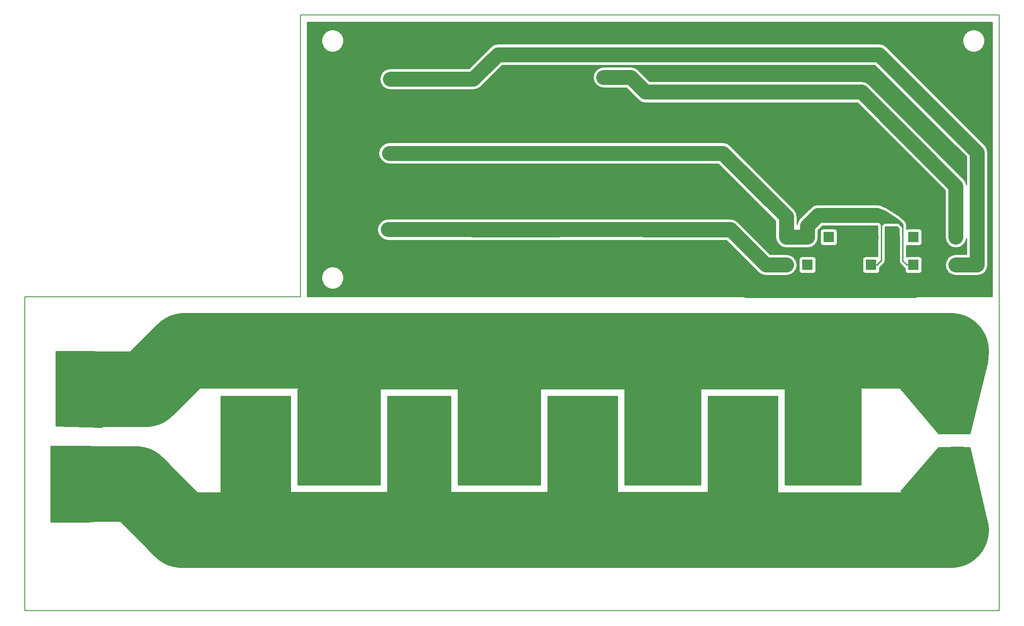
<source format=gbr>
G04 #@! TF.FileFunction,Copper,L1,Top,Signal*
%FSLAX46Y46*%
G04 Gerber Fmt 4.6, Leading zero omitted, Abs format (unit mm)*
G04 Created by KiCad (PCBNEW 4.0.2-stable) date 2016-03-21 12:08:21 PM*
%MOMM*%
G01*
G04 APERTURE LIST*
%ADD10C,0.100000*%
%ADD11C,0.150000*%
%ADD12R,2.125980X2.125980*%
%ADD13R,2.540000X2.540000*%
%ADD14C,2.540000*%
%ADD15C,2.800000*%
%ADD16C,3.000000*%
%ADD17C,15.000000*%
%ADD18C,0.250000*%
%ADD19C,0.254000*%
G04 APERTURE END LIST*
D10*
D11*
X198120000Y124460000D02*
X196850000Y124460000D01*
X198120000Y6350000D02*
X198120000Y124460000D01*
X5080000Y6350000D02*
X198120000Y6350000D01*
X5080000Y68580000D02*
X5080000Y6350000D01*
X59690000Y68580000D02*
X5080000Y68580000D01*
X59690000Y124460000D02*
X59690000Y68580000D01*
X60960000Y124460000D02*
X59690000Y124460000D01*
X196850000Y124460000D02*
X60960000Y124460000D01*
D12*
X193720720Y74930000D03*
X193720720Y80429100D03*
X189519560Y74930000D03*
X189519560Y80429100D03*
X185320940Y74930000D03*
X185320940Y80429100D03*
X181119780Y74930000D03*
X181119780Y80429100D03*
X176921160Y74930000D03*
X176921160Y80429100D03*
X172720000Y74930000D03*
X172720000Y80429100D03*
X168521380Y74930000D03*
X168521380Y80429100D03*
X164320220Y74930000D03*
X164320220Y80429100D03*
X160121600Y74930000D03*
X160121600Y80429100D03*
X155920440Y74930000D03*
X155925520Y80429100D03*
D13*
X189853905Y37598715D03*
D14*
X189853905Y42678715D03*
D13*
X110769400Y76809600D03*
D14*
X110769400Y81889600D03*
D13*
X93726000Y92024200D03*
D14*
X93726000Y97104200D03*
D13*
X119786400Y107022900D03*
D14*
X119786400Y112102900D03*
D13*
X93768333Y76868867D03*
D14*
X93768333Y81948867D03*
D13*
X110566200Y91973400D03*
D14*
X110566200Y97053400D03*
D13*
X127838199Y76809600D03*
D14*
X127838199Y81889600D03*
D13*
X77266800Y91998800D03*
D14*
X77266800Y97078800D03*
D13*
X93903800Y106680000D03*
D14*
X93903800Y111760000D03*
D13*
X77012800Y76860400D03*
D14*
X77012800Y81940400D03*
D13*
X127863600Y92024200D03*
D14*
X127863600Y97104200D03*
D13*
X77470000Y106680000D03*
D14*
X77470000Y111760000D03*
D15*
X132693905Y33988715D03*
X128893905Y33988715D03*
X132693905Y46488715D03*
X128893905Y46488715D03*
X117693905Y33988715D03*
X113893905Y33988715D03*
X117693905Y46488715D03*
X113893905Y46488715D03*
X68963905Y33788715D03*
X65163905Y33788715D03*
X68963905Y46288715D03*
X65163905Y46288715D03*
X53963905Y33788715D03*
X50163905Y33788715D03*
X53963905Y46288715D03*
X50163905Y46288715D03*
X27093905Y50288715D03*
X27093905Y46488715D03*
X14593905Y50288715D03*
X14593905Y46488715D03*
X27093905Y35288715D03*
X27093905Y31488715D03*
X14593905Y35288715D03*
X14593905Y31488715D03*
X164443905Y33988715D03*
X160643905Y33988715D03*
X164443905Y46488715D03*
X160643905Y46488715D03*
X149443905Y33988715D03*
X145643905Y33988715D03*
X149443905Y46488715D03*
X145643905Y46488715D03*
X100713905Y33988715D03*
X96913905Y33988715D03*
X100713905Y46488715D03*
X96913905Y46488715D03*
X85713905Y33988715D03*
X81913905Y33988715D03*
X85713905Y46488715D03*
X81913905Y46488715D03*
D16*
X193720720Y80429100D02*
X193720720Y97243539D01*
X193720720Y97243539D02*
X174326618Y116637641D01*
X174326618Y116637641D02*
X98781441Y116637641D01*
X98781441Y116637641D02*
X95173799Y113029999D01*
X95173799Y113029999D02*
X93903800Y111760000D01*
X93903800Y111760000D02*
X77470000Y111760000D01*
X193720720Y74930000D02*
X193720720Y80429100D01*
X189519560Y74930000D02*
X193720720Y74930000D01*
X170865800Y109194600D02*
X128010871Y109194600D01*
X189519560Y80429100D02*
X189519560Y90540840D01*
X128010871Y109194600D02*
X125107624Y112097847D01*
X189519560Y90540840D02*
X170865800Y109194600D01*
X125107624Y112097847D02*
X119778753Y112097847D01*
X119778753Y112097847D02*
X119761000Y112115600D01*
D17*
X18619291Y50304118D02*
X18634694Y50288715D01*
X18634694Y50288715D02*
X27093905Y50288715D01*
D18*
X185320940Y61181680D02*
X188583905Y57918715D01*
D17*
X163183905Y57918715D02*
X176530000Y57918715D01*
X176530000Y57918715D02*
X188583905Y57918715D01*
D18*
X176921160Y58309875D02*
X176530000Y57918715D01*
X168521380Y61986190D02*
X164453905Y57918715D01*
X164320220Y58052400D02*
X164453905Y57918715D01*
X189853905Y42678715D02*
X189853905Y57918715D01*
D17*
X132703905Y57918715D02*
X164453905Y57918715D01*
D18*
X164443905Y46488715D02*
X164443905Y57908715D01*
X164443905Y57908715D02*
X164453905Y57918715D01*
X164443905Y33988715D02*
X164443905Y46488715D01*
D17*
X100953905Y57918715D02*
X132703905Y57918715D01*
D18*
X132693905Y46488715D02*
X132693905Y57908715D01*
X132693905Y57908715D02*
X132703905Y57918715D01*
X132693905Y33988715D02*
X132693905Y46488715D01*
D17*
X69203905Y57918715D02*
X100953905Y57918715D01*
D18*
X100953905Y57918715D02*
X100713905Y57678715D01*
X100713905Y57678715D02*
X100713905Y46488715D01*
X100713905Y33988715D02*
X100713905Y46488715D01*
D17*
X36703803Y57918715D02*
X69203905Y57918715D01*
D18*
X68963905Y46288715D02*
X68963905Y57678715D01*
X68963905Y57678715D02*
X69203905Y57918715D01*
X68963905Y33788715D02*
X68963905Y35768613D01*
X68963905Y35768613D02*
X68963905Y46288715D01*
D17*
X27093905Y50288715D02*
X29073803Y50288715D01*
X29073803Y50288715D02*
X36703803Y57918715D01*
D18*
X177939700Y83453376D02*
X178963102Y82429974D01*
X179044115Y82429974D02*
X178263923Y83210166D01*
X178963102Y82429974D02*
X179044115Y82429974D01*
X178263923Y83210166D02*
X175259766Y83210166D01*
X173879229Y84790477D02*
X174144772Y84790477D01*
X177571400Y84239100D02*
X177482500Y84239100D01*
X174144772Y84790477D02*
X174673495Y84261754D01*
X178966265Y82623884D02*
X178966265Y83009335D01*
X175729900Y85369400D02*
X175628300Y85471000D01*
X176911000Y84607400D02*
X176796700Y84721700D01*
X176987200Y84607400D02*
X176911000Y84607400D01*
X175209200Y85636100D02*
X175094900Y85750400D01*
X176733200Y84721700D02*
X176580800Y84874100D01*
X179000184Y82589965D02*
X178966265Y82623884D01*
X176085500Y85128100D02*
X175958500Y85255100D01*
X174673495Y84261754D02*
X177412394Y84261754D01*
X177736500Y84074000D02*
X177571400Y84239100D01*
X177330100Y84391500D02*
X177266600Y84391500D01*
X177412394Y84261754D02*
X179000184Y82673964D01*
X178104800Y83794600D02*
X177825400Y84074000D01*
X176364900Y85001100D02*
X176288700Y85001100D01*
X179000184Y82673964D02*
X179000184Y82589965D01*
X175310800Y85636100D02*
X175209200Y85636100D01*
X176288700Y85001100D02*
X176161700Y85128100D01*
X178966265Y83009335D02*
X178498500Y83477100D01*
X175094900Y85750400D02*
X175044100Y85750400D01*
X177266600Y84391500D02*
X177165000Y84493100D01*
X178498500Y83477100D02*
X178460400Y83477100D01*
X178460400Y83477100D02*
X178142900Y83794600D01*
X178142900Y83794600D02*
X178104800Y83794600D01*
X177825400Y84074000D02*
X177736500Y84074000D01*
X175463200Y85559900D02*
X175387000Y85559900D01*
X176580800Y84874100D02*
X176491900Y84874100D01*
X177482500Y84239100D02*
X177330100Y84391500D01*
X177165000Y84493100D02*
X177101500Y84493100D01*
X177101500Y84493100D02*
X176987200Y84607400D01*
X176796700Y84721700D02*
X176733200Y84721700D01*
X176491900Y84874100D02*
X176364900Y85001100D01*
X175628300Y85471000D02*
X175552100Y85471000D01*
X176161700Y85128100D02*
X176085500Y85128100D01*
X175958500Y85255100D02*
X175895000Y85255100D01*
X175895000Y85255100D02*
X175780700Y85369400D01*
X175780700Y85369400D02*
X175729900Y85369400D01*
X175552100Y85471000D02*
X175463200Y85559900D01*
X175387000Y85559900D02*
X175310800Y85636100D01*
X179027104Y82143600D02*
X179027104Y82687149D01*
X178236486Y83337400D02*
X178996797Y82577089D01*
X179027104Y82687149D02*
X178376853Y83337400D01*
X178376853Y83337400D02*
X178236486Y83337400D01*
X178996797Y82577089D02*
X178996797Y82488350D01*
X177939700Y83453376D02*
X178247508Y83453376D01*
X178969699Y82731185D02*
X178969699Y82722065D01*
X178247508Y83453376D02*
X178969699Y82731185D01*
X178409834Y83210166D02*
X177939700Y83453376D01*
X179027104Y82143600D02*
X179027104Y82592896D01*
X179027104Y75709686D02*
X179027104Y82143600D01*
X175259766Y83210166D02*
X175259766Y83409940D01*
X175259766Y83409940D02*
X173879229Y84790477D01*
D16*
X160121600Y82646513D02*
X160121600Y80429100D01*
X173879229Y84790477D02*
X162265564Y84790477D01*
X162265564Y84790477D02*
X160121600Y82646513D01*
X127609600Y97078800D02*
X143338810Y97078800D01*
X143338810Y97078800D02*
X155925520Y84492090D01*
X155925520Y84492090D02*
X155925520Y80429100D01*
X93040200Y97078800D02*
X77266800Y97078800D01*
X110185200Y97078800D02*
X93040200Y97078800D01*
X77266800Y97078800D02*
X127609600Y97078800D01*
X155925520Y80429100D02*
X160121600Y80429100D01*
D18*
X181119780Y74930000D02*
X179806790Y74930000D01*
X179806790Y74930000D02*
X179027104Y75709686D01*
X179027104Y82592896D02*
X178409834Y83210166D01*
X175259766Y83210166D02*
X174751380Y82701780D01*
X174751380Y82701780D02*
X174751380Y75760042D01*
X174751380Y75760042D02*
X173921338Y74930000D01*
X173921338Y74930000D02*
X172720000Y74930000D01*
D16*
X93768333Y81948867D02*
X77021267Y81948867D01*
X77021267Y81948867D02*
X77012800Y81940400D01*
X110769400Y81889600D02*
X93827600Y81889600D01*
X93827600Y81889600D02*
X93768333Y81948867D01*
X127838199Y81889600D02*
X144796250Y81889600D01*
X144796250Y81889600D02*
X144847050Y81940400D01*
X77012800Y81940400D02*
X144847050Y81940400D01*
X144847050Y81940400D02*
X151857450Y74930000D01*
X151857450Y74930000D02*
X155920440Y74930000D01*
D17*
X145403905Y22398715D02*
X188543905Y22398715D01*
X18030076Y31449257D02*
X18069534Y31488715D01*
X18069534Y31488715D02*
X27093905Y31488715D01*
D18*
X189853905Y37598715D02*
X189853905Y23708715D01*
X189853905Y23708715D02*
X188543905Y22398715D01*
D17*
X50153905Y22398715D02*
X145403905Y22398715D01*
D18*
X145643905Y33988715D02*
X145643905Y22638715D01*
X145643905Y22638715D02*
X145403905Y22398715D01*
X145643905Y46488715D02*
X145643905Y33988715D01*
X113893905Y46488715D02*
X113893905Y33988715D01*
X81913905Y46488715D02*
X81913905Y33988715D01*
D17*
X36183905Y22398715D02*
X50153905Y22398715D01*
D18*
X50163905Y33788715D02*
X50163905Y22408715D01*
X50163905Y22408715D02*
X50153905Y22398715D01*
X50163905Y46288715D02*
X50163905Y33788715D01*
D17*
X27093905Y31488715D02*
X36183905Y22398715D01*
D16*
X93903800Y106680000D02*
X119443500Y106680000D01*
X119443500Y106680000D02*
X119786400Y107022900D01*
X77470000Y106680000D02*
X93903800Y106680000D01*
X185320940Y80429100D02*
X185320940Y88264036D01*
X185320940Y88264036D02*
X169031238Y104553738D01*
X169031238Y104553738D02*
X122268416Y104553738D01*
X122268416Y104553738D02*
X119748492Y107073662D01*
X69530194Y104623448D02*
X71586746Y106680000D01*
X71586746Y106680000D02*
X77470000Y106680000D01*
X127609600Y91998800D02*
X87630000Y91998800D01*
X87630000Y91998800D02*
X77266800Y91998800D01*
X72996800Y91998800D02*
X69530194Y95465406D01*
X69530194Y95465406D02*
X69530194Y104623448D01*
X185320940Y74930000D02*
X185320940Y73945178D01*
X181276562Y69900800D02*
X175954950Y69900800D01*
X185320940Y73945178D02*
X181276562Y69900800D01*
X164320220Y69900800D02*
X175954950Y69900800D01*
X175954950Y69900800D02*
X176921160Y70867010D01*
X176921160Y70867010D02*
X176921160Y74930000D01*
X77266800Y91998800D02*
X72996800Y91998800D01*
X72435729Y76860400D02*
X77012800Y76860400D01*
X72996800Y91998800D02*
X69265800Y88267800D01*
X69265800Y88267800D02*
X69265800Y80030329D01*
X69265800Y80030329D02*
X72435729Y76860400D01*
X127838199Y76809600D02*
X141071600Y76809600D01*
X141071600Y76809600D02*
X141122400Y76860400D01*
X110769400Y76809600D02*
X127838199Y76809600D01*
X164320220Y74930000D02*
X168521380Y74930000D01*
X164320220Y74930000D02*
X164320220Y69900800D01*
X141122400Y76860400D02*
X148082000Y69900800D01*
X148082000Y69900800D02*
X164320220Y69900800D01*
X77012800Y76860400D02*
X141122400Y76860400D01*
X176921160Y80429100D02*
X176921160Y79116110D01*
X176921160Y79116110D02*
X176921160Y74930000D01*
X168521380Y74930000D02*
X168521380Y80429100D01*
D18*
X168521380Y80429100D02*
X168521380Y79116110D01*
D16*
X172720000Y80429100D02*
X168521380Y80429100D01*
X185320940Y80429100D02*
X185320940Y74930000D01*
D19*
X66709885Y56521715D02*
X165662866Y56521715D01*
X66466044Y56318515D02*
X165825425Y56318515D01*
X66222204Y56115315D02*
X165987985Y56115315D01*
X65978364Y55912115D02*
X166150545Y55912115D01*
X65734524Y55708915D02*
X166313105Y55708915D01*
X65490684Y55505715D02*
X166475665Y55505715D01*
X65246844Y55302515D02*
X166638225Y55302515D01*
X65003004Y55099315D02*
X166800785Y55099315D01*
X64759164Y54896115D02*
X166963345Y54896115D01*
X64515324Y54692915D02*
X167125905Y54692915D01*
X64271484Y54489715D02*
X167288465Y54489715D01*
X64027644Y54286515D02*
X167451025Y54286515D01*
X63783804Y54083315D02*
X167613585Y54083315D01*
X63539964Y53880115D02*
X167776145Y53880115D01*
X63296124Y53676915D02*
X167938705Y53676915D01*
X63052284Y53473715D02*
X168101265Y53473715D01*
X62808444Y53270515D02*
X168263825Y53270515D01*
X62564604Y53067315D02*
X168426385Y53067315D01*
X62320764Y52864115D02*
X168588945Y52864115D01*
X62076924Y52660915D02*
X168751505Y52660915D01*
X61833084Y52457715D02*
X168914065Y52457715D01*
X61589244Y52254515D02*
X169076625Y52254515D01*
X61345404Y52051315D02*
X169239185Y52051315D01*
X61101564Y51848115D02*
X169401745Y51848115D01*
X60857724Y51644915D02*
X169564305Y51644915D01*
X60613884Y51441715D02*
X169726865Y51441715D01*
X60370044Y51238515D02*
X169889425Y51238515D01*
X60126204Y51035315D02*
X170051985Y51035315D01*
X59882364Y50832115D02*
X170214545Y50832115D01*
X59638524Y50628915D02*
X170377105Y50628915D01*
X59394684Y50425715D02*
X75553905Y50425715D01*
X90793905Y50425715D02*
X107303905Y50425715D01*
X123813905Y50425715D02*
X139053905Y50425715D01*
X155563905Y50425715D02*
X170539665Y50425715D01*
X59170905Y50222515D02*
X75426905Y50222515D01*
X90920905Y50222515D02*
X107176905Y50222515D01*
X123940905Y50222515D02*
X138926905Y50222515D01*
X155690905Y50222515D02*
X170676905Y50222515D01*
X59170905Y50019315D02*
X75426905Y50019315D01*
X90920905Y50019315D02*
X107176905Y50019315D01*
X123940905Y50019315D02*
X138926905Y50019315D01*
X155690905Y50019315D02*
X170676905Y50019315D01*
X59170905Y49816115D02*
X75426905Y49816115D01*
X90920905Y49816115D02*
X107176905Y49816115D01*
X123940905Y49816115D02*
X138926905Y49816115D01*
X155690905Y49816115D02*
X170676905Y49816115D01*
X59170905Y49612915D02*
X75426905Y49612915D01*
X90920905Y49612915D02*
X107176905Y49612915D01*
X123940905Y49612915D02*
X138926905Y49612915D01*
X155690905Y49612915D02*
X170676905Y49612915D01*
X59170905Y49409715D02*
X75426905Y49409715D01*
X90920905Y49409715D02*
X107176905Y49409715D01*
X123940905Y49409715D02*
X138926905Y49409715D01*
X155690905Y49409715D02*
X170676905Y49409715D01*
X59170905Y49206515D02*
X75426905Y49206515D01*
X90920905Y49206515D02*
X107176905Y49206515D01*
X123940905Y49206515D02*
X138926905Y49206515D01*
X155690905Y49206515D02*
X170676905Y49206515D01*
X59170905Y49003315D02*
X75426905Y49003315D01*
X90920905Y49003315D02*
X107176905Y49003315D01*
X123940905Y49003315D02*
X138926905Y49003315D01*
X155690905Y49003315D02*
X170676905Y49003315D01*
X59170905Y48800115D02*
X75426905Y48800115D01*
X90920905Y48800115D02*
X107176905Y48800115D01*
X123940905Y48800115D02*
X138926905Y48800115D01*
X155690905Y48800115D02*
X170676905Y48800115D01*
X59170905Y48596915D02*
X75426905Y48596915D01*
X90920905Y48596915D02*
X107176905Y48596915D01*
X123940905Y48596915D02*
X138926905Y48596915D01*
X155690905Y48596915D02*
X170676905Y48596915D01*
X59170905Y48393715D02*
X75426905Y48393715D01*
X90920905Y48393715D02*
X107176905Y48393715D01*
X123940905Y48393715D02*
X138926905Y48393715D01*
X155690905Y48393715D02*
X170676905Y48393715D01*
X59170905Y48190515D02*
X75426905Y48190515D01*
X90920905Y48190515D02*
X107176905Y48190515D01*
X123940905Y48190515D02*
X138926905Y48190515D01*
X155690905Y48190515D02*
X170676905Y48190515D01*
X59170905Y47987315D02*
X75426905Y47987315D01*
X90920905Y47987315D02*
X107176905Y47987315D01*
X123940905Y47987315D02*
X138926905Y47987315D01*
X155690905Y47987315D02*
X170676905Y47987315D01*
X59170905Y47784115D02*
X75426905Y47784115D01*
X90920905Y47784115D02*
X107176905Y47784115D01*
X123940905Y47784115D02*
X138926905Y47784115D01*
X155690905Y47784115D02*
X170676905Y47784115D01*
X59170905Y47580915D02*
X75426905Y47580915D01*
X90920905Y47580915D02*
X107176905Y47580915D01*
X123940905Y47580915D02*
X138926905Y47580915D01*
X155690905Y47580915D02*
X170676905Y47580915D01*
X59170905Y47377715D02*
X75426905Y47377715D01*
X90920905Y47377715D02*
X107176905Y47377715D01*
X123940905Y47377715D02*
X138926905Y47377715D01*
X155690905Y47377715D02*
X170676905Y47377715D01*
X59170905Y47174515D02*
X75426905Y47174515D01*
X90920905Y47174515D02*
X107176905Y47174515D01*
X123940905Y47174515D02*
X138926905Y47174515D01*
X155690905Y47174515D02*
X170676905Y47174515D01*
X59170905Y46971315D02*
X75426905Y46971315D01*
X90920905Y46971315D02*
X107176905Y46971315D01*
X123940905Y46971315D02*
X138926905Y46971315D01*
X155690905Y46971315D02*
X170676905Y46971315D01*
X59170905Y46768115D02*
X75426905Y46768115D01*
X90920905Y46768115D02*
X107176905Y46768115D01*
X123940905Y46768115D02*
X138926905Y46768115D01*
X155690905Y46768115D02*
X170676905Y46768115D01*
X59170905Y46564915D02*
X75426905Y46564915D01*
X90920905Y46564915D02*
X107176905Y46564915D01*
X123940905Y46564915D02*
X138926905Y46564915D01*
X155690905Y46564915D02*
X170676905Y46564915D01*
X59170905Y46361715D02*
X75426905Y46361715D01*
X90920905Y46361715D02*
X107176905Y46361715D01*
X123940905Y46361715D02*
X138926905Y46361715D01*
X155690905Y46361715D02*
X170676905Y46361715D01*
X59170905Y46158515D02*
X75426905Y46158515D01*
X90920905Y46158515D02*
X107176905Y46158515D01*
X123940905Y46158515D02*
X138926905Y46158515D01*
X155690905Y46158515D02*
X170676905Y46158515D01*
X59170905Y45955315D02*
X75426905Y45955315D01*
X90920905Y45955315D02*
X107176905Y45955315D01*
X123940905Y45955315D02*
X138926905Y45955315D01*
X155690905Y45955315D02*
X170676905Y45955315D01*
X59170905Y45752115D02*
X75426905Y45752115D01*
X90920905Y45752115D02*
X107176905Y45752115D01*
X123940905Y45752115D02*
X138926905Y45752115D01*
X155690905Y45752115D02*
X170676905Y45752115D01*
X59170905Y45548915D02*
X75426905Y45548915D01*
X90920905Y45548915D02*
X107176905Y45548915D01*
X123940905Y45548915D02*
X138926905Y45548915D01*
X155690905Y45548915D02*
X170676905Y45548915D01*
X59170905Y45345715D02*
X75426905Y45345715D01*
X90920905Y45345715D02*
X107176905Y45345715D01*
X123940905Y45345715D02*
X138926905Y45345715D01*
X155690905Y45345715D02*
X170676905Y45345715D01*
X59170905Y45142515D02*
X75426905Y45142515D01*
X90920905Y45142515D02*
X107176905Y45142515D01*
X123940905Y45142515D02*
X138926905Y45142515D01*
X155690905Y45142515D02*
X170676905Y45142515D01*
X59170905Y44939315D02*
X75426905Y44939315D01*
X90920905Y44939315D02*
X107176905Y44939315D01*
X123940905Y44939315D02*
X138926905Y44939315D01*
X155690905Y44939315D02*
X170676905Y44939315D01*
X59170905Y44736115D02*
X75426905Y44736115D01*
X90920905Y44736115D02*
X107176905Y44736115D01*
X123940905Y44736115D02*
X138926905Y44736115D01*
X155690905Y44736115D02*
X170676905Y44736115D01*
X59170905Y44532915D02*
X75426905Y44532915D01*
X90920905Y44532915D02*
X107176905Y44532915D01*
X123940905Y44532915D02*
X138926905Y44532915D01*
X155690905Y44532915D02*
X170676905Y44532915D01*
X59170905Y44329715D02*
X75426905Y44329715D01*
X90920905Y44329715D02*
X107176905Y44329715D01*
X123940905Y44329715D02*
X138926905Y44329715D01*
X155690905Y44329715D02*
X170676905Y44329715D01*
X59170905Y44126515D02*
X75426905Y44126515D01*
X90920905Y44126515D02*
X107176905Y44126515D01*
X123940905Y44126515D02*
X138926905Y44126515D01*
X155690905Y44126515D02*
X170676905Y44126515D01*
X59170905Y43923315D02*
X75426905Y43923315D01*
X90920905Y43923315D02*
X107176905Y43923315D01*
X123940905Y43923315D02*
X138926905Y43923315D01*
X155690905Y43923315D02*
X170676905Y43923315D01*
X59170905Y43720115D02*
X75426905Y43720115D01*
X90920905Y43720115D02*
X107176905Y43720115D01*
X123940905Y43720115D02*
X138926905Y43720115D01*
X155690905Y43720115D02*
X170676905Y43720115D01*
X59170905Y43516915D02*
X75426905Y43516915D01*
X90920905Y43516915D02*
X107176905Y43516915D01*
X123940905Y43516915D02*
X138926905Y43516915D01*
X155690905Y43516915D02*
X170676905Y43516915D01*
X59170905Y43313715D02*
X75426905Y43313715D01*
X90920905Y43313715D02*
X107176905Y43313715D01*
X123940905Y43313715D02*
X138926905Y43313715D01*
X155690905Y43313715D02*
X170676905Y43313715D01*
X59170905Y43110515D02*
X75426905Y43110515D01*
X90920905Y43110515D02*
X107176905Y43110515D01*
X123940905Y43110515D02*
X138926905Y43110515D01*
X155690905Y43110515D02*
X170676905Y43110515D01*
X59170905Y42907315D02*
X75426905Y42907315D01*
X90920905Y42907315D02*
X107176905Y42907315D01*
X123940905Y42907315D02*
X138926905Y42907315D01*
X155690905Y42907315D02*
X170676905Y42907315D01*
X59170905Y42704115D02*
X75426905Y42704115D01*
X90920905Y42704115D02*
X107176905Y42704115D01*
X123940905Y42704115D02*
X138926905Y42704115D01*
X155690905Y42704115D02*
X170676905Y42704115D01*
X59170905Y42500915D02*
X75426905Y42500915D01*
X90920905Y42500915D02*
X107176905Y42500915D01*
X123940905Y42500915D02*
X138926905Y42500915D01*
X155690905Y42500915D02*
X170676905Y42500915D01*
X59170905Y42297715D02*
X75426905Y42297715D01*
X90920905Y42297715D02*
X107176905Y42297715D01*
X123940905Y42297715D02*
X138926905Y42297715D01*
X155690905Y42297715D02*
X170676905Y42297715D01*
X59170905Y42094515D02*
X75426905Y42094515D01*
X90920905Y42094515D02*
X107176905Y42094515D01*
X123940905Y42094515D02*
X138926905Y42094515D01*
X155690905Y42094515D02*
X170676905Y42094515D01*
X59170905Y41891315D02*
X75426905Y41891315D01*
X90920905Y41891315D02*
X107176905Y41891315D01*
X123940905Y41891315D02*
X138926905Y41891315D01*
X155690905Y41891315D02*
X170676905Y41891315D01*
X59170905Y41688115D02*
X75426905Y41688115D01*
X90920905Y41688115D02*
X107176905Y41688115D01*
X123940905Y41688115D02*
X138926905Y41688115D01*
X155690905Y41688115D02*
X170676905Y41688115D01*
X59170905Y41484915D02*
X75426905Y41484915D01*
X90920905Y41484915D02*
X107176905Y41484915D01*
X123940905Y41484915D02*
X138926905Y41484915D01*
X155690905Y41484915D02*
X170676905Y41484915D01*
X59170905Y41281715D02*
X75426905Y41281715D01*
X90920905Y41281715D02*
X107176905Y41281715D01*
X123940905Y41281715D02*
X138926905Y41281715D01*
X155690905Y41281715D02*
X170676905Y41281715D01*
X59170905Y41078515D02*
X75426905Y41078515D01*
X90920905Y41078515D02*
X107176905Y41078515D01*
X123940905Y41078515D02*
X138926905Y41078515D01*
X155690905Y41078515D02*
X170676905Y41078515D01*
X59170905Y40875315D02*
X75426905Y40875315D01*
X90920905Y40875315D02*
X107176905Y40875315D01*
X123940905Y40875315D02*
X138926905Y40875315D01*
X155690905Y40875315D02*
X170676905Y40875315D01*
X59170905Y40672115D02*
X75426905Y40672115D01*
X90920905Y40672115D02*
X107176905Y40672115D01*
X123940905Y40672115D02*
X138926905Y40672115D01*
X155690905Y40672115D02*
X170676905Y40672115D01*
X59170905Y40468915D02*
X75426905Y40468915D01*
X90920905Y40468915D02*
X107176905Y40468915D01*
X123940905Y40468915D02*
X138926905Y40468915D01*
X155690905Y40468915D02*
X170676905Y40468915D01*
X59170905Y40265715D02*
X75426905Y40265715D01*
X90920905Y40265715D02*
X107176905Y40265715D01*
X123940905Y40265715D02*
X138926905Y40265715D01*
X155690905Y40265715D02*
X170676905Y40265715D01*
X59170905Y40062515D02*
X75426905Y40062515D01*
X90920905Y40062515D02*
X107176905Y40062515D01*
X123940905Y40062515D02*
X138926905Y40062515D01*
X155690905Y40062515D02*
X170676905Y40062515D01*
X59170905Y39859315D02*
X75426905Y39859315D01*
X90920905Y39859315D02*
X107176905Y39859315D01*
X123940905Y39859315D02*
X138926905Y39859315D01*
X155690905Y39859315D02*
X170676905Y39859315D01*
X59170905Y39656115D02*
X75426905Y39656115D01*
X90920905Y39656115D02*
X107176905Y39656115D01*
X123940905Y39656115D02*
X138926905Y39656115D01*
X155690905Y39656115D02*
X170676905Y39656115D01*
X59170905Y39452915D02*
X75426905Y39452915D01*
X90920905Y39452915D02*
X107176905Y39452915D01*
X123940905Y39452915D02*
X138926905Y39452915D01*
X155690905Y39452915D02*
X170676905Y39452915D01*
X59170905Y39249715D02*
X75426905Y39249715D01*
X90920905Y39249715D02*
X107176905Y39249715D01*
X123940905Y39249715D02*
X138926905Y39249715D01*
X155690905Y39249715D02*
X170676905Y39249715D01*
X59170905Y39046515D02*
X75426905Y39046515D01*
X90920905Y39046515D02*
X107176905Y39046515D01*
X123940905Y39046515D02*
X138926905Y39046515D01*
X155690905Y39046515D02*
X170676905Y39046515D01*
X59170905Y38843315D02*
X75426905Y38843315D01*
X90920905Y38843315D02*
X107176905Y38843315D01*
X123940905Y38843315D02*
X138926905Y38843315D01*
X155690905Y38843315D02*
X170676905Y38843315D01*
X59170905Y38640115D02*
X75426905Y38640115D01*
X90920905Y38640115D02*
X107176905Y38640115D01*
X123940905Y38640115D02*
X138926905Y38640115D01*
X155690905Y38640115D02*
X170676905Y38640115D01*
X59170905Y38436915D02*
X75426905Y38436915D01*
X90920905Y38436915D02*
X107176905Y38436915D01*
X123940905Y38436915D02*
X138926905Y38436915D01*
X155690905Y38436915D02*
X170676905Y38436915D01*
X59170905Y38233715D02*
X75426905Y38233715D01*
X90920905Y38233715D02*
X107176905Y38233715D01*
X123940905Y38233715D02*
X138926905Y38233715D01*
X155690905Y38233715D02*
X170676905Y38233715D01*
X59170905Y38030515D02*
X75426905Y38030515D01*
X90920905Y38030515D02*
X107176905Y38030515D01*
X123940905Y38030515D02*
X138926905Y38030515D01*
X155690905Y38030515D02*
X170676905Y38030515D01*
X59170905Y37827315D02*
X75426905Y37827315D01*
X90920905Y37827315D02*
X107176905Y37827315D01*
X123940905Y37827315D02*
X138926905Y37827315D01*
X155690905Y37827315D02*
X170676905Y37827315D01*
X59170905Y37624115D02*
X75426905Y37624115D01*
X90920905Y37624115D02*
X107176905Y37624115D01*
X123940905Y37624115D02*
X138926905Y37624115D01*
X155690905Y37624115D02*
X170676905Y37624115D01*
X59170905Y37420915D02*
X75426905Y37420915D01*
X90920905Y37420915D02*
X107176905Y37420915D01*
X123940905Y37420915D02*
X138926905Y37420915D01*
X155690905Y37420915D02*
X170676905Y37420915D01*
X59170905Y37217715D02*
X75426905Y37217715D01*
X90920905Y37217715D02*
X107176905Y37217715D01*
X123940905Y37217715D02*
X138926905Y37217715D01*
X155690905Y37217715D02*
X170676905Y37217715D01*
X59170905Y37014515D02*
X75426905Y37014515D01*
X90920905Y37014515D02*
X107176905Y37014515D01*
X123940905Y37014515D02*
X138926905Y37014515D01*
X155690905Y37014515D02*
X170676905Y37014515D01*
X59170905Y36811315D02*
X75426905Y36811315D01*
X90920905Y36811315D02*
X107176905Y36811315D01*
X123940905Y36811315D02*
X138926905Y36811315D01*
X155690905Y36811315D02*
X170676905Y36811315D01*
X59170905Y36608115D02*
X75426905Y36608115D01*
X90920905Y36608115D02*
X107176905Y36608115D01*
X123940905Y36608115D02*
X138926905Y36608115D01*
X155690905Y36608115D02*
X170676905Y36608115D01*
X59170905Y36404915D02*
X75426905Y36404915D01*
X90920905Y36404915D02*
X107176905Y36404915D01*
X123940905Y36404915D02*
X138926905Y36404915D01*
X155690905Y36404915D02*
X170676905Y36404915D01*
X59170905Y36201715D02*
X75426905Y36201715D01*
X90920905Y36201715D02*
X107176905Y36201715D01*
X123940905Y36201715D02*
X138926905Y36201715D01*
X155690905Y36201715D02*
X170676905Y36201715D01*
X59170905Y35998515D02*
X75426905Y35998515D01*
X90920905Y35998515D02*
X107176905Y35998515D01*
X123940905Y35998515D02*
X138926905Y35998515D01*
X155690905Y35998515D02*
X170676905Y35998515D01*
X59170905Y35795315D02*
X75426905Y35795315D01*
X90920905Y35795315D02*
X107176905Y35795315D01*
X123940905Y35795315D02*
X138926905Y35795315D01*
X155690905Y35795315D02*
X170676905Y35795315D01*
X59170905Y35592115D02*
X75426905Y35592115D01*
X90920905Y35592115D02*
X107176905Y35592115D01*
X123940905Y35592115D02*
X138926905Y35592115D01*
X155690905Y35592115D02*
X170676905Y35592115D01*
X59170905Y35388915D02*
X75426905Y35388915D01*
X90920905Y35388915D02*
X107176905Y35388915D01*
X123940905Y35388915D02*
X138926905Y35388915D01*
X155690905Y35388915D02*
X170676905Y35388915D01*
X59170905Y35185715D02*
X75426905Y35185715D01*
X90920905Y35185715D02*
X107176905Y35185715D01*
X123940905Y35185715D02*
X138926905Y35185715D01*
X155690905Y35185715D02*
X170676905Y35185715D01*
X59170905Y34982515D02*
X75426905Y34982515D01*
X90920905Y34982515D02*
X107176905Y34982515D01*
X123940905Y34982515D02*
X138926905Y34982515D01*
X155690905Y34982515D02*
X170676905Y34982515D01*
X59170905Y34779315D02*
X75426905Y34779315D01*
X90920905Y34779315D02*
X107176905Y34779315D01*
X123940905Y34779315D02*
X138926905Y34779315D01*
X155690905Y34779315D02*
X170676905Y34779315D01*
X59170905Y34576115D02*
X75426905Y34576115D01*
X90920905Y34576115D02*
X107176905Y34576115D01*
X123940905Y34576115D02*
X138926905Y34576115D01*
X155690905Y34576115D02*
X170676905Y34576115D01*
X59170905Y34372915D02*
X75426905Y34372915D01*
X90920905Y34372915D02*
X107176905Y34372915D01*
X123940905Y34372915D02*
X138926905Y34372915D01*
X155690905Y34372915D02*
X170676905Y34372915D01*
X59170905Y34169715D02*
X75426905Y34169715D01*
X90920905Y34169715D02*
X107176905Y34169715D01*
X123940905Y34169715D02*
X138926905Y34169715D01*
X155690905Y34169715D02*
X170676905Y34169715D01*
X59170905Y33966515D02*
X75426905Y33966515D01*
X90920905Y33966515D02*
X107176905Y33966515D01*
X123940905Y33966515D02*
X138926905Y33966515D01*
X155690905Y33966515D02*
X170676905Y33966515D01*
X59170905Y33763315D02*
X75426905Y33763315D01*
X90920905Y33763315D02*
X107176905Y33763315D01*
X123940905Y33763315D02*
X138926905Y33763315D01*
X155690905Y33763315D02*
X170676905Y33763315D01*
X59170905Y33560115D02*
X75426905Y33560115D01*
X90920905Y33560115D02*
X107176905Y33560115D01*
X123940905Y33560115D02*
X138926905Y33560115D01*
X155690905Y33560115D02*
X170676905Y33560115D01*
X59170905Y33356915D02*
X75426905Y33356915D01*
X90920905Y33356915D02*
X107176905Y33356915D01*
X123940905Y33356915D02*
X138926905Y33356915D01*
X155690905Y33356915D02*
X170676905Y33356915D01*
X59170905Y33153715D02*
X75426905Y33153715D01*
X90920905Y33153715D02*
X107176905Y33153715D01*
X123940905Y33153715D02*
X138926905Y33153715D01*
X155690905Y33153715D02*
X170676905Y33153715D01*
X59170905Y32950515D02*
X75426905Y32950515D01*
X90920905Y32950515D02*
X107176905Y32950515D01*
X123940905Y32950515D02*
X138926905Y32950515D01*
X155690905Y32950515D02*
X170676905Y32950515D01*
X59170905Y32747315D02*
X75426905Y32747315D01*
X90920905Y32747315D02*
X107176905Y32747315D01*
X123940905Y32747315D02*
X138926905Y32747315D01*
X155690905Y32747315D02*
X170676905Y32747315D01*
X59170905Y32544115D02*
X75426905Y32544115D01*
X90920905Y32544115D02*
X107176905Y32544115D01*
X123940905Y32544115D02*
X138926905Y32544115D01*
X155690905Y32544115D02*
X170676905Y32544115D01*
X59170905Y32340915D02*
X75426905Y32340915D01*
X90920905Y32340915D02*
X107176905Y32340915D01*
X123940905Y32340915D02*
X138926905Y32340915D01*
X155690905Y32340915D02*
X170676905Y32340915D01*
X59170905Y32137715D02*
X75426905Y32137715D01*
X90920905Y32137715D02*
X107176905Y32137715D01*
X123940905Y32137715D02*
X138926905Y32137715D01*
X155690905Y32137715D02*
X170676905Y32137715D01*
X59170905Y31934515D02*
X75426905Y31934515D01*
X90920905Y31934515D02*
X107176905Y31934515D01*
X123940905Y31934515D02*
X138926905Y31934515D01*
X155690905Y31934515D02*
X170676905Y31934515D01*
X59170905Y31731315D02*
X75426905Y31731315D01*
X90920905Y31731315D02*
X107176905Y31731315D01*
X123940905Y31731315D02*
X138926905Y31731315D01*
X155690905Y31731315D02*
X170676905Y31731315D01*
X59170905Y31528115D02*
X75426905Y31528115D01*
X90920905Y31528115D02*
X107176905Y31528115D01*
X123940905Y31528115D02*
X138926905Y31528115D01*
X155690905Y31528115D02*
X170676905Y31528115D01*
X170676905Y50254166D02*
X170676905Y31375715D01*
X155690905Y31375715D01*
X155690905Y50298715D01*
X155680899Y50348125D01*
X155652458Y50389750D01*
X155610064Y50417030D01*
X155563905Y50425715D01*
X139053905Y50425715D01*
X139004495Y50415709D01*
X138962870Y50387268D01*
X138935590Y50344874D01*
X138926905Y50298715D01*
X138926905Y31375715D01*
X123940905Y31375715D01*
X123940905Y50298715D01*
X123930899Y50348125D01*
X123902458Y50389750D01*
X123860064Y50417030D01*
X123813905Y50425715D01*
X107303905Y50425715D01*
X107254495Y50415709D01*
X107212870Y50387268D01*
X107185590Y50344874D01*
X107176905Y50298715D01*
X107176905Y31375715D01*
X90920905Y31375715D01*
X90920905Y50298715D01*
X90910899Y50348125D01*
X90882458Y50389750D01*
X90840064Y50417030D01*
X90793905Y50425715D01*
X75553905Y50425715D01*
X75504495Y50415709D01*
X75462870Y50387268D01*
X75435590Y50344874D01*
X75426905Y50298715D01*
X75426905Y31375715D01*
X59170905Y31375715D01*
X59170905Y50239232D01*
X66709885Y56521715D01*
X165662866Y56521715D01*
X170676905Y50254166D01*
X43930905Y48901715D02*
X57646905Y48901715D01*
X76950905Y48901715D02*
X89396905Y48901715D01*
X108700905Y48901715D02*
X122416905Y48901715D01*
X140450905Y48901715D02*
X154166905Y48901715D01*
X43930905Y48698515D02*
X57646905Y48698515D01*
X76950905Y48698515D02*
X89396905Y48698515D01*
X108700905Y48698515D02*
X122416905Y48698515D01*
X140450905Y48698515D02*
X154166905Y48698515D01*
X43930905Y48495315D02*
X57646905Y48495315D01*
X76950905Y48495315D02*
X89396905Y48495315D01*
X108700905Y48495315D02*
X122416905Y48495315D01*
X140450905Y48495315D02*
X154166905Y48495315D01*
X43930905Y48292115D02*
X57646905Y48292115D01*
X76950905Y48292115D02*
X89396905Y48292115D01*
X108700905Y48292115D02*
X122416905Y48292115D01*
X140450905Y48292115D02*
X154166905Y48292115D01*
X43930905Y48088915D02*
X57646905Y48088915D01*
X76950905Y48088915D02*
X89396905Y48088915D01*
X108700905Y48088915D02*
X122416905Y48088915D01*
X140450905Y48088915D02*
X154166905Y48088915D01*
X43930905Y47885715D02*
X57646905Y47885715D01*
X76950905Y47885715D02*
X89396905Y47885715D01*
X108700905Y47885715D02*
X122416905Y47885715D01*
X140450905Y47885715D02*
X154166905Y47885715D01*
X43930905Y47682515D02*
X57646905Y47682515D01*
X76950905Y47682515D02*
X89396905Y47682515D01*
X108700905Y47682515D02*
X122416905Y47682515D01*
X140450905Y47682515D02*
X154166905Y47682515D01*
X43930905Y47479315D02*
X57646905Y47479315D01*
X76950905Y47479315D02*
X89396905Y47479315D01*
X108700905Y47479315D02*
X122416905Y47479315D01*
X140450905Y47479315D02*
X154166905Y47479315D01*
X43930905Y47276115D02*
X57646905Y47276115D01*
X76950905Y47276115D02*
X89396905Y47276115D01*
X108700905Y47276115D02*
X122416905Y47276115D01*
X140450905Y47276115D02*
X154166905Y47276115D01*
X43930905Y47072915D02*
X57646905Y47072915D01*
X76950905Y47072915D02*
X89396905Y47072915D01*
X108700905Y47072915D02*
X122416905Y47072915D01*
X140450905Y47072915D02*
X154166905Y47072915D01*
X43930905Y46869715D02*
X57646905Y46869715D01*
X76950905Y46869715D02*
X89396905Y46869715D01*
X108700905Y46869715D02*
X122416905Y46869715D01*
X140450905Y46869715D02*
X154166905Y46869715D01*
X43930905Y46666515D02*
X57646905Y46666515D01*
X76950905Y46666515D02*
X89396905Y46666515D01*
X108700905Y46666515D02*
X122416905Y46666515D01*
X140450905Y46666515D02*
X154166905Y46666515D01*
X43930905Y46463315D02*
X57646905Y46463315D01*
X76950905Y46463315D02*
X89396905Y46463315D01*
X108700905Y46463315D02*
X122416905Y46463315D01*
X140450905Y46463315D02*
X154166905Y46463315D01*
X43930905Y46260115D02*
X57646905Y46260115D01*
X76950905Y46260115D02*
X89396905Y46260115D01*
X108700905Y46260115D02*
X122416905Y46260115D01*
X140450905Y46260115D02*
X154166905Y46260115D01*
X43930905Y46056915D02*
X57646905Y46056915D01*
X76950905Y46056915D02*
X89396905Y46056915D01*
X108700905Y46056915D02*
X122416905Y46056915D01*
X140450905Y46056915D02*
X154166905Y46056915D01*
X43930905Y45853715D02*
X57646905Y45853715D01*
X76950905Y45853715D02*
X89396905Y45853715D01*
X108700905Y45853715D02*
X122416905Y45853715D01*
X140450905Y45853715D02*
X154166905Y45853715D01*
X43930905Y45650515D02*
X57646905Y45650515D01*
X76950905Y45650515D02*
X89396905Y45650515D01*
X108700905Y45650515D02*
X122416905Y45650515D01*
X140450905Y45650515D02*
X154166905Y45650515D01*
X43930905Y45447315D02*
X57646905Y45447315D01*
X76950905Y45447315D02*
X89396905Y45447315D01*
X108700905Y45447315D02*
X122416905Y45447315D01*
X140450905Y45447315D02*
X154166905Y45447315D01*
X43930905Y45244115D02*
X57646905Y45244115D01*
X76950905Y45244115D02*
X89396905Y45244115D01*
X108700905Y45244115D02*
X122416905Y45244115D01*
X140450905Y45244115D02*
X154166905Y45244115D01*
X43930905Y45040915D02*
X57646905Y45040915D01*
X76950905Y45040915D02*
X89396905Y45040915D01*
X108700905Y45040915D02*
X122416905Y45040915D01*
X140450905Y45040915D02*
X154166905Y45040915D01*
X43930905Y44837715D02*
X57646905Y44837715D01*
X76950905Y44837715D02*
X89396905Y44837715D01*
X108700905Y44837715D02*
X122416905Y44837715D01*
X140450905Y44837715D02*
X154166905Y44837715D01*
X43930905Y44634515D02*
X57646905Y44634515D01*
X76950905Y44634515D02*
X89396905Y44634515D01*
X108700905Y44634515D02*
X122416905Y44634515D01*
X140450905Y44634515D02*
X154166905Y44634515D01*
X43930905Y44431315D02*
X57646905Y44431315D01*
X76950905Y44431315D02*
X89396905Y44431315D01*
X108700905Y44431315D02*
X122416905Y44431315D01*
X140450905Y44431315D02*
X154166905Y44431315D01*
X43930905Y44228115D02*
X57646905Y44228115D01*
X76950905Y44228115D02*
X89396905Y44228115D01*
X108700905Y44228115D02*
X122416905Y44228115D01*
X140450905Y44228115D02*
X154166905Y44228115D01*
X43930905Y44024915D02*
X57646905Y44024915D01*
X76950905Y44024915D02*
X89396905Y44024915D01*
X108700905Y44024915D02*
X122416905Y44024915D01*
X140450905Y44024915D02*
X154166905Y44024915D01*
X43930905Y43821715D02*
X57646905Y43821715D01*
X76950905Y43821715D02*
X89396905Y43821715D01*
X108700905Y43821715D02*
X122416905Y43821715D01*
X140450905Y43821715D02*
X154166905Y43821715D01*
X43930905Y43618515D02*
X57646905Y43618515D01*
X76950905Y43618515D02*
X89396905Y43618515D01*
X108700905Y43618515D02*
X122416905Y43618515D01*
X140450905Y43618515D02*
X154166905Y43618515D01*
X43930905Y43415315D02*
X57646905Y43415315D01*
X76950905Y43415315D02*
X89396905Y43415315D01*
X108700905Y43415315D02*
X122416905Y43415315D01*
X140450905Y43415315D02*
X154166905Y43415315D01*
X43930905Y43212115D02*
X57646905Y43212115D01*
X76950905Y43212115D02*
X89396905Y43212115D01*
X108700905Y43212115D02*
X122416905Y43212115D01*
X140450905Y43212115D02*
X154166905Y43212115D01*
X43930905Y43008915D02*
X57646905Y43008915D01*
X76950905Y43008915D02*
X89396905Y43008915D01*
X108700905Y43008915D02*
X122416905Y43008915D01*
X140450905Y43008915D02*
X154166905Y43008915D01*
X43930905Y42805715D02*
X57646905Y42805715D01*
X76950905Y42805715D02*
X89396905Y42805715D01*
X108700905Y42805715D02*
X122416905Y42805715D01*
X140450905Y42805715D02*
X154166905Y42805715D01*
X43930905Y42602515D02*
X57646905Y42602515D01*
X76950905Y42602515D02*
X89396905Y42602515D01*
X108700905Y42602515D02*
X122416905Y42602515D01*
X140450905Y42602515D02*
X154166905Y42602515D01*
X43930905Y42399315D02*
X57646905Y42399315D01*
X76950905Y42399315D02*
X89396905Y42399315D01*
X108700905Y42399315D02*
X122416905Y42399315D01*
X140450905Y42399315D02*
X154166905Y42399315D01*
X43930905Y42196115D02*
X57646905Y42196115D01*
X76950905Y42196115D02*
X89396905Y42196115D01*
X108700905Y42196115D02*
X122416905Y42196115D01*
X140450905Y42196115D02*
X154166905Y42196115D01*
X43930905Y41992915D02*
X57646905Y41992915D01*
X76950905Y41992915D02*
X89396905Y41992915D01*
X108700905Y41992915D02*
X122416905Y41992915D01*
X140450905Y41992915D02*
X154166905Y41992915D01*
X43930905Y41789715D02*
X57646905Y41789715D01*
X76950905Y41789715D02*
X89396905Y41789715D01*
X108700905Y41789715D02*
X122416905Y41789715D01*
X140450905Y41789715D02*
X154166905Y41789715D01*
X43930905Y41586515D02*
X57646905Y41586515D01*
X76950905Y41586515D02*
X89396905Y41586515D01*
X108700905Y41586515D02*
X122416905Y41586515D01*
X140450905Y41586515D02*
X154166905Y41586515D01*
X43930905Y41383315D02*
X57646905Y41383315D01*
X76950905Y41383315D02*
X89396905Y41383315D01*
X108700905Y41383315D02*
X122416905Y41383315D01*
X140450905Y41383315D02*
X154166905Y41383315D01*
X43930905Y41180115D02*
X57646905Y41180115D01*
X76950905Y41180115D02*
X89396905Y41180115D01*
X108700905Y41180115D02*
X122416905Y41180115D01*
X140450905Y41180115D02*
X154166905Y41180115D01*
X43930905Y40976915D02*
X57646905Y40976915D01*
X76950905Y40976915D02*
X89396905Y40976915D01*
X108700905Y40976915D02*
X122416905Y40976915D01*
X140450905Y40976915D02*
X154166905Y40976915D01*
X43930905Y40773715D02*
X57646905Y40773715D01*
X76950905Y40773715D02*
X89396905Y40773715D01*
X108700905Y40773715D02*
X122416905Y40773715D01*
X140450905Y40773715D02*
X154166905Y40773715D01*
X43930905Y40570515D02*
X57646905Y40570515D01*
X76950905Y40570515D02*
X89396905Y40570515D01*
X108700905Y40570515D02*
X122416905Y40570515D01*
X140450905Y40570515D02*
X154166905Y40570515D01*
X43930905Y40367315D02*
X57646905Y40367315D01*
X76950905Y40367315D02*
X89396905Y40367315D01*
X108700905Y40367315D02*
X122416905Y40367315D01*
X140450905Y40367315D02*
X154166905Y40367315D01*
X43930905Y40164115D02*
X57646905Y40164115D01*
X76950905Y40164115D02*
X89396905Y40164115D01*
X108700905Y40164115D02*
X122416905Y40164115D01*
X140450905Y40164115D02*
X154166905Y40164115D01*
X43930905Y39960915D02*
X57646905Y39960915D01*
X76950905Y39960915D02*
X89396905Y39960915D01*
X108700905Y39960915D02*
X122416905Y39960915D01*
X140450905Y39960915D02*
X154166905Y39960915D01*
X43930905Y39757715D02*
X57646905Y39757715D01*
X76950905Y39757715D02*
X89396905Y39757715D01*
X108700905Y39757715D02*
X122416905Y39757715D01*
X140450905Y39757715D02*
X154166905Y39757715D01*
X43930905Y39554515D02*
X57646905Y39554515D01*
X76950905Y39554515D02*
X89396905Y39554515D01*
X108700905Y39554515D02*
X122416905Y39554515D01*
X140450905Y39554515D02*
X154166905Y39554515D01*
X43930905Y39351315D02*
X57646905Y39351315D01*
X76950905Y39351315D02*
X89396905Y39351315D01*
X108700905Y39351315D02*
X122416905Y39351315D01*
X140450905Y39351315D02*
X154166905Y39351315D01*
X43930905Y39148115D02*
X57646905Y39148115D01*
X76950905Y39148115D02*
X89396905Y39148115D01*
X108700905Y39148115D02*
X122416905Y39148115D01*
X140450905Y39148115D02*
X154166905Y39148115D01*
X43930905Y38944915D02*
X57646905Y38944915D01*
X76950905Y38944915D02*
X89396905Y38944915D01*
X108700905Y38944915D02*
X122416905Y38944915D01*
X140450905Y38944915D02*
X154166905Y38944915D01*
X43930905Y38741715D02*
X57646905Y38741715D01*
X76950905Y38741715D02*
X89396905Y38741715D01*
X108700905Y38741715D02*
X122416905Y38741715D01*
X140450905Y38741715D02*
X154166905Y38741715D01*
X43930905Y38538515D02*
X57646905Y38538515D01*
X76950905Y38538515D02*
X89396905Y38538515D01*
X108700905Y38538515D02*
X122416905Y38538515D01*
X140450905Y38538515D02*
X154166905Y38538515D01*
X43930905Y38335315D02*
X57646905Y38335315D01*
X76950905Y38335315D02*
X89396905Y38335315D01*
X108700905Y38335315D02*
X122416905Y38335315D01*
X140450905Y38335315D02*
X154166905Y38335315D01*
X43930905Y38132115D02*
X57646905Y38132115D01*
X76950905Y38132115D02*
X89396905Y38132115D01*
X108700905Y38132115D02*
X122416905Y38132115D01*
X140450905Y38132115D02*
X154166905Y38132115D01*
X43930905Y37928915D02*
X57646905Y37928915D01*
X76950905Y37928915D02*
X89396905Y37928915D01*
X108700905Y37928915D02*
X122416905Y37928915D01*
X140450905Y37928915D02*
X154166905Y37928915D01*
X43930905Y37725715D02*
X57646905Y37725715D01*
X76950905Y37725715D02*
X89396905Y37725715D01*
X108700905Y37725715D02*
X122416905Y37725715D01*
X140450905Y37725715D02*
X154166905Y37725715D01*
X43930905Y37522515D02*
X57646905Y37522515D01*
X76950905Y37522515D02*
X89396905Y37522515D01*
X108700905Y37522515D02*
X122416905Y37522515D01*
X140450905Y37522515D02*
X154166905Y37522515D01*
X43930905Y37319315D02*
X57646905Y37319315D01*
X76950905Y37319315D02*
X89396905Y37319315D01*
X108700905Y37319315D02*
X122416905Y37319315D01*
X140450905Y37319315D02*
X154166905Y37319315D01*
X43930905Y37116115D02*
X57646905Y37116115D01*
X76950905Y37116115D02*
X89396905Y37116115D01*
X108700905Y37116115D02*
X122416905Y37116115D01*
X140450905Y37116115D02*
X154166905Y37116115D01*
X43930905Y36912915D02*
X57646905Y36912915D01*
X76950905Y36912915D02*
X89396905Y36912915D01*
X108700905Y36912915D02*
X122416905Y36912915D01*
X140450905Y36912915D02*
X154166905Y36912915D01*
X43930905Y36709715D02*
X57646905Y36709715D01*
X76950905Y36709715D02*
X89396905Y36709715D01*
X108700905Y36709715D02*
X122416905Y36709715D01*
X140450905Y36709715D02*
X154166905Y36709715D01*
X43930905Y36506515D02*
X57646905Y36506515D01*
X76950905Y36506515D02*
X89396905Y36506515D01*
X108700905Y36506515D02*
X122416905Y36506515D01*
X140450905Y36506515D02*
X154166905Y36506515D01*
X43930905Y36303315D02*
X57646905Y36303315D01*
X76950905Y36303315D02*
X89396905Y36303315D01*
X108700905Y36303315D02*
X122416905Y36303315D01*
X140450905Y36303315D02*
X154166905Y36303315D01*
X43930905Y36100115D02*
X57646905Y36100115D01*
X76950905Y36100115D02*
X89396905Y36100115D01*
X108700905Y36100115D02*
X122416905Y36100115D01*
X140450905Y36100115D02*
X154166905Y36100115D01*
X43930905Y35896915D02*
X57646905Y35896915D01*
X76950905Y35896915D02*
X89396905Y35896915D01*
X108700905Y35896915D02*
X122416905Y35896915D01*
X140450905Y35896915D02*
X154166905Y35896915D01*
X43930905Y35693715D02*
X57646905Y35693715D01*
X76950905Y35693715D02*
X89396905Y35693715D01*
X108700905Y35693715D02*
X122416905Y35693715D01*
X140450905Y35693715D02*
X154166905Y35693715D01*
X43930905Y35490515D02*
X57646905Y35490515D01*
X76950905Y35490515D02*
X89396905Y35490515D01*
X108700905Y35490515D02*
X122416905Y35490515D01*
X140450905Y35490515D02*
X154166905Y35490515D01*
X43930905Y35287315D02*
X57646905Y35287315D01*
X76950905Y35287315D02*
X89396905Y35287315D01*
X108700905Y35287315D02*
X122416905Y35287315D01*
X140450905Y35287315D02*
X154166905Y35287315D01*
X43930905Y35084115D02*
X57646905Y35084115D01*
X76950905Y35084115D02*
X89396905Y35084115D01*
X108700905Y35084115D02*
X122416905Y35084115D01*
X140450905Y35084115D02*
X154166905Y35084115D01*
X43930905Y34880915D02*
X57646905Y34880915D01*
X76950905Y34880915D02*
X89396905Y34880915D01*
X108700905Y34880915D02*
X122416905Y34880915D01*
X140450905Y34880915D02*
X154166905Y34880915D01*
X43930905Y34677715D02*
X57646905Y34677715D01*
X76950905Y34677715D02*
X89396905Y34677715D01*
X108700905Y34677715D02*
X122416905Y34677715D01*
X140450905Y34677715D02*
X154166905Y34677715D01*
X43930905Y34474515D02*
X57646905Y34474515D01*
X76950905Y34474515D02*
X89396905Y34474515D01*
X108700905Y34474515D02*
X122416905Y34474515D01*
X140450905Y34474515D02*
X154166905Y34474515D01*
X43930905Y34271315D02*
X57646905Y34271315D01*
X76950905Y34271315D02*
X89396905Y34271315D01*
X108700905Y34271315D02*
X122416905Y34271315D01*
X140450905Y34271315D02*
X154166905Y34271315D01*
X43930905Y34068115D02*
X57646905Y34068115D01*
X76950905Y34068115D02*
X89396905Y34068115D01*
X108700905Y34068115D02*
X122416905Y34068115D01*
X140450905Y34068115D02*
X154166905Y34068115D01*
X43930905Y33864915D02*
X57646905Y33864915D01*
X76950905Y33864915D02*
X89396905Y33864915D01*
X108700905Y33864915D02*
X122416905Y33864915D01*
X140450905Y33864915D02*
X154166905Y33864915D01*
X43930905Y33661715D02*
X57646905Y33661715D01*
X76950905Y33661715D02*
X89396905Y33661715D01*
X108700905Y33661715D02*
X122416905Y33661715D01*
X140450905Y33661715D02*
X154166905Y33661715D01*
X43930905Y33458515D02*
X57646905Y33458515D01*
X76950905Y33458515D02*
X89396905Y33458515D01*
X108700905Y33458515D02*
X122416905Y33458515D01*
X140450905Y33458515D02*
X154166905Y33458515D01*
X43930905Y33255315D02*
X57646905Y33255315D01*
X76950905Y33255315D02*
X89396905Y33255315D01*
X108700905Y33255315D02*
X122416905Y33255315D01*
X140450905Y33255315D02*
X154166905Y33255315D01*
X43930905Y33052115D02*
X57646905Y33052115D01*
X76950905Y33052115D02*
X89396905Y33052115D01*
X108700905Y33052115D02*
X122416905Y33052115D01*
X140450905Y33052115D02*
X154166905Y33052115D01*
X43930905Y32848915D02*
X57646905Y32848915D01*
X76950905Y32848915D02*
X89396905Y32848915D01*
X108700905Y32848915D02*
X122416905Y32848915D01*
X140450905Y32848915D02*
X154166905Y32848915D01*
X43930905Y32645715D02*
X57646905Y32645715D01*
X76950905Y32645715D02*
X89396905Y32645715D01*
X108700905Y32645715D02*
X122416905Y32645715D01*
X140450905Y32645715D02*
X154166905Y32645715D01*
X43930905Y32442515D02*
X57646905Y32442515D01*
X76950905Y32442515D02*
X89396905Y32442515D01*
X108700905Y32442515D02*
X122416905Y32442515D01*
X140450905Y32442515D02*
X154166905Y32442515D01*
X43930905Y32239315D02*
X57646905Y32239315D01*
X76950905Y32239315D02*
X89396905Y32239315D01*
X108700905Y32239315D02*
X122416905Y32239315D01*
X140450905Y32239315D02*
X154166905Y32239315D01*
X43930905Y32036115D02*
X57646905Y32036115D01*
X76950905Y32036115D02*
X89396905Y32036115D01*
X108700905Y32036115D02*
X122416905Y32036115D01*
X140450905Y32036115D02*
X154166905Y32036115D01*
X43930905Y31832915D02*
X57646905Y31832915D01*
X76950905Y31832915D02*
X89396905Y31832915D01*
X108700905Y31832915D02*
X122416905Y31832915D01*
X140450905Y31832915D02*
X154166905Y31832915D01*
X43930905Y31629715D02*
X57646905Y31629715D01*
X76950905Y31629715D02*
X89396905Y31629715D01*
X108700905Y31629715D02*
X122416905Y31629715D01*
X140450905Y31629715D02*
X154166905Y31629715D01*
X43930905Y31426515D02*
X57646905Y31426515D01*
X76950905Y31426515D02*
X89396905Y31426515D01*
X108700905Y31426515D02*
X122416905Y31426515D01*
X140450905Y31426515D02*
X154166905Y31426515D01*
X43930905Y31223315D02*
X57646905Y31223315D01*
X76950905Y31223315D02*
X89396905Y31223315D01*
X108700905Y31223315D02*
X122416905Y31223315D01*
X140450905Y31223315D02*
X154166905Y31223315D01*
X43930905Y31020115D02*
X57646905Y31020115D01*
X76950905Y31020115D02*
X89396905Y31020115D01*
X108700905Y31020115D02*
X122416905Y31020115D01*
X140450905Y31020115D02*
X154166905Y31020115D01*
X43930905Y30816915D02*
X57646905Y30816915D01*
X76950905Y30816915D02*
X89396905Y30816915D01*
X108700905Y30816915D02*
X122416905Y30816915D01*
X140450905Y30816915D02*
X154166905Y30816915D01*
X43930905Y30613715D02*
X57646905Y30613715D01*
X76950905Y30613715D02*
X89396905Y30613715D01*
X108700905Y30613715D02*
X122416905Y30613715D01*
X140450905Y30613715D02*
X154166905Y30613715D01*
X43930905Y30410515D02*
X57646905Y30410515D01*
X76950905Y30410515D02*
X89396905Y30410515D01*
X108700905Y30410515D02*
X122416905Y30410515D01*
X140450905Y30410515D02*
X154166905Y30410515D01*
X43930905Y30207315D02*
X57646905Y30207315D01*
X76950905Y30207315D02*
X89396905Y30207315D01*
X108700905Y30207315D02*
X122416905Y30207315D01*
X140450905Y30207315D02*
X154166905Y30207315D01*
X43939607Y30004115D02*
X57646905Y30004115D01*
X76950905Y30004115D02*
X89396905Y30004115D01*
X108700905Y30004115D02*
X122416905Y30004115D01*
X140450905Y30004115D02*
X154166905Y30004115D01*
X44075073Y29800915D02*
X154100769Y29800915D01*
X44210540Y29597715D02*
X154033035Y29597715D01*
X44346007Y29394515D02*
X153965302Y29394515D01*
X44481473Y29191315D02*
X153897569Y29191315D01*
X44616940Y28988115D02*
X153829835Y28988115D01*
X44752407Y28784915D02*
X153762102Y28784915D01*
X44887873Y28581715D02*
X153694369Y28581715D01*
X45023340Y28378515D02*
X153626635Y28378515D01*
X45158807Y28175315D02*
X153558902Y28175315D01*
X45294273Y27972115D02*
X153491169Y27972115D01*
X45429740Y27768915D02*
X153423435Y27768915D01*
X45565207Y27565715D02*
X153355702Y27565715D01*
X45700673Y27362515D02*
X153287969Y27362515D01*
X45836140Y27159315D02*
X153220235Y27159315D01*
X45971607Y26956115D02*
X153152502Y26956115D01*
X46107073Y26752915D02*
X153084769Y26752915D01*
X46242540Y26549715D02*
X153017035Y26549715D01*
X46378007Y26346515D02*
X152949302Y26346515D01*
X46513473Y26143315D02*
X152881569Y26143315D01*
X46648940Y25940115D02*
X152813835Y25940115D01*
X46784407Y25736915D02*
X152746102Y25736915D01*
X46919873Y25533715D02*
X152678369Y25533715D01*
X47055340Y25330515D02*
X152610635Y25330515D01*
X47190807Y25127315D02*
X152542902Y25127315D01*
X47326273Y24924115D02*
X152475169Y24924115D01*
X47461740Y24720915D02*
X152407435Y24720915D01*
X47597207Y24517715D02*
X152339702Y24517715D01*
X47732673Y24314515D02*
X152271969Y24314515D01*
X47868140Y24111315D02*
X152204235Y24111315D01*
X48003607Y23908115D02*
X152136502Y23908115D01*
X48139073Y23704915D02*
X152068769Y23704915D01*
X48274540Y23501715D02*
X152001035Y23501715D01*
X48410007Y23298515D02*
X151933302Y23298515D01*
X48545473Y23095315D02*
X151865569Y23095315D01*
X48680940Y22892115D02*
X151797835Y22892115D01*
X48816407Y22688915D02*
X151730102Y22688915D01*
X57646905Y29978715D02*
X57656911Y29929305D01*
X57685352Y29887680D01*
X57727746Y29860400D01*
X57773905Y29851715D01*
X76823905Y29851715D01*
X76873315Y29861721D01*
X76914940Y29890162D01*
X76942220Y29932556D01*
X76950905Y29978715D01*
X76950905Y48901715D01*
X89396905Y48901715D01*
X89396905Y29978715D01*
X89406911Y29929305D01*
X89435352Y29887680D01*
X89477746Y29860400D01*
X89523905Y29851715D01*
X108573905Y29851715D01*
X108623315Y29861721D01*
X108664940Y29890162D01*
X108692220Y29932556D01*
X108700905Y29978715D01*
X108700905Y48901715D01*
X122416905Y48901715D01*
X122416905Y29978715D01*
X122426911Y29929305D01*
X122455352Y29887680D01*
X122497746Y29860400D01*
X122543905Y29851715D01*
X140323905Y29851715D01*
X140373315Y29861721D01*
X140414940Y29890162D01*
X140442220Y29932556D01*
X140450905Y29978715D01*
X140450905Y48901715D01*
X154166905Y48901715D01*
X154166905Y29999325D01*
X151662368Y22485715D01*
X48951873Y22485715D01*
X43930905Y30017167D01*
X43930905Y48901715D01*
X57646905Y48901715D01*
X57646905Y29978715D01*
X195938377Y57852650D02*
X195938377Y57852650D01*
X172468109Y57649450D02*
X195923561Y57649450D01*
X172640048Y57446250D02*
X195908744Y57446250D01*
X172811986Y57243050D02*
X195893927Y57243050D01*
X172983925Y57039850D02*
X195879111Y57039850D01*
X173155863Y56836650D02*
X195864294Y56836650D01*
X173327802Y56633450D02*
X195849477Y56633450D01*
X173499740Y56430250D02*
X195834661Y56430250D01*
X173671679Y56227050D02*
X195819844Y56227050D01*
X173843617Y56023850D02*
X195805027Y56023850D01*
X174015556Y55820650D02*
X195790211Y55820650D01*
X174187494Y55617450D02*
X195775394Y55617450D01*
X174359432Y55414250D02*
X195728164Y55414250D01*
X174531371Y55211050D02*
X195677890Y55211050D01*
X174703309Y55007850D02*
X195627617Y55007850D01*
X174875248Y54804650D02*
X195577344Y54804650D01*
X175047186Y54601450D02*
X195527070Y54601450D01*
X175219125Y54398250D02*
X195476797Y54398250D01*
X175391063Y54195050D02*
X195426523Y54195050D01*
X175563002Y53991850D02*
X195376250Y53991850D01*
X175734940Y53788650D02*
X195325977Y53788650D01*
X175906879Y53585450D02*
X195275703Y53585450D01*
X176078817Y53382250D02*
X195225430Y53382250D01*
X176250756Y53179050D02*
X195175156Y53179050D01*
X176422694Y52975850D02*
X195124883Y52975850D01*
X176594633Y52772650D02*
X195074610Y52772650D01*
X176766571Y52569450D02*
X195024336Y52569450D01*
X176938509Y52366250D02*
X194974063Y52366250D01*
X177110448Y52163050D02*
X194923789Y52163050D01*
X177282386Y51959850D02*
X194873516Y51959850D01*
X177454325Y51756650D02*
X194823243Y51756650D01*
X177626263Y51553450D02*
X194772969Y51553450D01*
X177798202Y51350250D02*
X194722696Y51350250D01*
X177970140Y51147050D02*
X194672423Y51147050D01*
X178142079Y50943850D02*
X194622149Y50943850D01*
X178314017Y50740650D02*
X194571876Y50740650D01*
X178485956Y50537450D02*
X194521602Y50537450D01*
X178657894Y50334250D02*
X194471329Y50334250D01*
X178829833Y50131050D02*
X194421056Y50131050D01*
X179001771Y49927850D02*
X194370782Y49927850D01*
X179173709Y49724650D02*
X194320509Y49724650D01*
X179345648Y49521450D02*
X194270235Y49521450D01*
X179517586Y49318250D02*
X194219962Y49318250D01*
X179689525Y49115050D02*
X194169689Y49115050D01*
X179861463Y48911850D02*
X194119415Y48911850D01*
X180033402Y48708650D02*
X194069142Y48708650D01*
X180205340Y48505450D02*
X194018868Y48505450D01*
X180377279Y48302250D02*
X193968595Y48302250D01*
X180549217Y48099050D02*
X193918322Y48099050D01*
X180721156Y47895850D02*
X193868048Y47895850D01*
X180893094Y47692650D02*
X193817775Y47692650D01*
X181065033Y47489450D02*
X193767502Y47489450D01*
X181236971Y47286250D02*
X193717228Y47286250D01*
X181408910Y47083050D02*
X193666955Y47083050D01*
X181580848Y46879850D02*
X193616681Y46879850D01*
X181752786Y46676650D02*
X193566408Y46676650D01*
X181924725Y46473450D02*
X193516135Y46473450D01*
X182096663Y46270250D02*
X193465861Y46270250D01*
X182268602Y46067050D02*
X193415588Y46067050D01*
X182440540Y45863850D02*
X193365314Y45863850D01*
X182612479Y45660650D02*
X193315041Y45660650D01*
X182784417Y45457450D02*
X193264768Y45457450D01*
X182956356Y45254250D02*
X193214494Y45254250D01*
X183128294Y45051050D02*
X193164221Y45051050D01*
X183300233Y44847850D02*
X193113948Y44847850D01*
X183472171Y44644650D02*
X193063674Y44644650D01*
X183644110Y44441450D02*
X193013401Y44441450D01*
X183816048Y44238250D02*
X192963127Y44238250D01*
X183987987Y44035050D02*
X192912854Y44035050D01*
X184159925Y43831850D02*
X192862581Y43831850D01*
X184331863Y43628650D02*
X192812307Y43628650D01*
X184503802Y43425450D02*
X192762034Y43425450D01*
X184675740Y43222250D02*
X192711760Y43222250D01*
X184847679Y43019050D02*
X192661487Y43019050D01*
X185019617Y42815850D02*
X192611214Y42815850D01*
X185191556Y42612650D02*
X192560940Y42612650D01*
X185363494Y42409450D02*
X192510667Y42409450D01*
X185535433Y42206250D02*
X192460393Y42206250D01*
X185707371Y42003050D02*
X192410120Y42003050D01*
X185879310Y41799850D02*
X192359847Y41799850D01*
X186051248Y41596650D02*
X192309573Y41596650D01*
X195774122Y55600011D02*
X192294497Y41535715D01*
X186102808Y41535715D01*
X172347141Y57792412D01*
X195938377Y57852650D01*
X195774122Y55600011D01*
X186102318Y38741715D02*
X192292820Y38741715D01*
X185928146Y38538515D02*
X192339600Y38538515D01*
X185753975Y38335315D02*
X192386381Y38335315D01*
X185579803Y38132115D02*
X192433161Y38132115D01*
X185405632Y37928915D02*
X192479942Y37928915D01*
X185231460Y37725715D02*
X192526723Y37725715D01*
X185057289Y37522515D02*
X192573503Y37522515D01*
X184883117Y37319315D02*
X192620284Y37319315D01*
X184708946Y37116115D02*
X192667065Y37116115D01*
X184534775Y36912915D02*
X192713845Y36912915D01*
X184360603Y36709715D02*
X192760626Y36709715D01*
X184186432Y36506515D02*
X192807407Y36506515D01*
X184012260Y36303315D02*
X192854187Y36303315D01*
X183838089Y36100115D02*
X192900968Y36100115D01*
X183663917Y35896915D02*
X192947748Y35896915D01*
X183489746Y35693715D02*
X192994529Y35693715D01*
X183315575Y35490515D02*
X193041310Y35490515D01*
X183141403Y35287315D02*
X193088090Y35287315D01*
X182967232Y35084115D02*
X193134871Y35084115D01*
X182793060Y34880915D02*
X193181652Y34880915D01*
X182618889Y34677715D02*
X193228432Y34677715D01*
X182444717Y34474515D02*
X193275213Y34474515D01*
X182270546Y34271315D02*
X193321994Y34271315D01*
X182096375Y34068115D02*
X193368774Y34068115D01*
X181922203Y33864915D02*
X193415555Y33864915D01*
X181748032Y33661715D02*
X193462336Y33661715D01*
X181573860Y33458515D02*
X193509116Y33458515D01*
X181399689Y33255315D02*
X193555897Y33255315D01*
X181225517Y33052115D02*
X193602677Y33052115D01*
X181051346Y32848915D02*
X193649458Y32848915D01*
X180877175Y32645715D02*
X193696239Y32645715D01*
X180703003Y32442515D02*
X193743019Y32442515D01*
X180528832Y32239315D02*
X193789800Y32239315D01*
X180354660Y32036115D02*
X193836581Y32036115D01*
X180180489Y31832915D02*
X193883361Y31832915D01*
X180006317Y31629715D02*
X193930142Y31629715D01*
X179832146Y31426515D02*
X193976923Y31426515D01*
X179657975Y31223315D02*
X194023703Y31223315D01*
X179483803Y31020115D02*
X194070484Y31020115D01*
X179309632Y30816915D02*
X194117264Y30816915D01*
X179135460Y30613715D02*
X194164045Y30613715D01*
X178961289Y30410515D02*
X194210826Y30410515D01*
X178787117Y30207315D02*
X194257606Y30207315D01*
X178711157Y30004115D02*
X194304387Y30004115D01*
X179238410Y29800915D02*
X194351168Y29800915D01*
X179765663Y29597715D02*
X194397948Y29597715D01*
X180292916Y29394515D02*
X194444729Y29394515D01*
X180820170Y29191315D02*
X194491510Y29191315D01*
X181347423Y28988115D02*
X194538290Y28988115D01*
X181874676Y28784915D02*
X194585071Y28784915D01*
X182401929Y28581715D02*
X194631852Y28581715D01*
X182929182Y28378515D02*
X194678632Y28378515D01*
X183456436Y28175315D02*
X194725413Y28175315D01*
X183983689Y27972115D02*
X194772193Y27972115D01*
X184510942Y27768915D02*
X194818974Y27768915D01*
X185038195Y27565715D02*
X194865755Y27565715D01*
X185565449Y27362515D02*
X194912535Y27362515D01*
X186092702Y27159315D02*
X194959316Y27159315D01*
X186619955Y26956115D02*
X195006097Y26956115D01*
X187147208Y26752915D02*
X195052877Y26752915D01*
X187674461Y26549715D02*
X195099658Y26549715D01*
X188201715Y26346515D02*
X195146439Y26346515D01*
X188728968Y26143315D02*
X195193219Y26143315D01*
X189256221Y25940115D02*
X195240000Y25940115D01*
X189783474Y25736915D02*
X195286781Y25736915D01*
X190310727Y25533715D02*
X195333561Y25533715D01*
X190837981Y25330515D02*
X195380342Y25330515D01*
X191365234Y25127315D02*
X195427122Y25127315D01*
X191892487Y24924115D02*
X195473903Y24924115D01*
X192419740Y24720915D02*
X195520684Y24720915D01*
X192946993Y24517715D02*
X195567464Y24517715D01*
X193474247Y24314515D02*
X195614245Y24314515D01*
X194001500Y24111315D02*
X195661026Y24111315D01*
X194528753Y23908115D02*
X195707806Y23908115D01*
X195056006Y23704915D02*
X195754587Y23704915D01*
X195583260Y23501715D02*
X195801368Y23501715D01*
X195822604Y23409473D02*
X178637333Y30032566D01*
X186102318Y38741715D01*
X192292820Y38741715D01*
X195822604Y23409473D01*
X174369024Y86070746D02*
X174369024Y86070746D01*
X174337762Y85867546D02*
X174798374Y85867546D01*
X174306500Y85664346D02*
X175227724Y85664346D01*
X174275239Y85461146D02*
X175639132Y85461146D01*
X174243977Y85257946D02*
X175956409Y85257946D01*
X174212716Y85054746D02*
X176273686Y85054746D01*
X174181454Y84851546D02*
X176590963Y84851546D01*
X174150193Y84648346D02*
X176908241Y84648346D01*
X174118931Y84445146D02*
X177225518Y84445146D01*
X174087670Y84241946D02*
X177542795Y84241946D01*
X174056408Y84038746D02*
X177844315Y84038746D01*
X174025146Y83835546D02*
X178079868Y83835546D01*
X174043590Y83632346D02*
X178315421Y83632346D01*
X174289569Y83429146D02*
X178550975Y83429146D01*
X174532765Y83225946D02*
X175158480Y83225946D01*
X178559658Y83225946D02*
X178786528Y83225946D01*
X174635714Y83022746D02*
X174928187Y83022746D01*
X178806401Y83022746D02*
X179019200Y83022746D01*
X178980120Y82819546D02*
X179019200Y82819546D01*
X175588335Y85493679D02*
X177798897Y84077926D01*
X179019200Y83025232D01*
X179019200Y82712074D01*
X178960754Y82872801D01*
X178922135Y82927435D01*
X178490335Y83283035D01*
X178445833Y83306722D01*
X178411716Y83311982D01*
X175363716Y83362782D01*
X175314146Y83353601D01*
X175277574Y83331029D01*
X174853230Y82956608D01*
X174706584Y82863288D01*
X174563254Y83185780D01*
X174528084Y83232112D01*
X173999490Y83668776D01*
X174369024Y86070746D01*
X175588335Y85493679D01*
X61087000Y123063000D02*
X196723000Y123063000D01*
X61087000Y122859800D02*
X196723000Y122859800D01*
X61087000Y122656600D02*
X196723000Y122656600D01*
X61087000Y122453400D02*
X196723000Y122453400D01*
X61087000Y122250200D02*
X196723000Y122250200D01*
X61087000Y122047000D02*
X196723000Y122047000D01*
X61087000Y121843800D02*
X196723000Y121843800D01*
X61087000Y121640600D02*
X196723000Y121640600D01*
X61087000Y121437400D02*
X65166621Y121437400D01*
X66913292Y121437400D02*
X192166621Y121437400D01*
X193913292Y121437400D02*
X196723000Y121437400D01*
X61087000Y121234200D02*
X64733911Y121234200D01*
X67347047Y121234200D02*
X191733911Y121234200D01*
X194347047Y121234200D02*
X196723000Y121234200D01*
X61087000Y121031000D02*
X64530356Y121031000D01*
X67549892Y121031000D02*
X191530356Y121031000D01*
X194549892Y121031000D02*
X196723000Y121031000D01*
X61087000Y120827800D02*
X64326800Y120827800D01*
X67752738Y120827800D02*
X191326800Y120827800D01*
X194752738Y120827800D02*
X196723000Y120827800D01*
X61087000Y120624600D02*
X64136781Y120624600D01*
X67944015Y120624600D02*
X191136781Y120624600D01*
X194944015Y120624600D02*
X196723000Y120624600D01*
X61087000Y120421400D02*
X64052405Y120421400D01*
X68027976Y120421400D02*
X191052405Y120421400D01*
X195027976Y120421400D02*
X196723000Y120421400D01*
X61087000Y120218200D02*
X63968029Y120218200D01*
X68111936Y120218200D02*
X190968029Y120218200D01*
X195111936Y120218200D02*
X196723000Y120218200D01*
X61087000Y120015000D02*
X63883654Y120015000D01*
X68195897Y120015000D02*
X190883654Y120015000D01*
X195195897Y120015000D02*
X196723000Y120015000D01*
X61087000Y119811800D02*
X63805377Y119811800D01*
X68275377Y119811800D02*
X190805377Y119811800D01*
X195275377Y119811800D02*
X196723000Y119811800D01*
X61087000Y119608600D02*
X63805199Y119608600D01*
X68275200Y119608600D02*
X190805199Y119608600D01*
X195275200Y119608600D02*
X196723000Y119608600D01*
X61087000Y119405400D02*
X63805022Y119405400D01*
X68275022Y119405400D02*
X190805022Y119405400D01*
X195275022Y119405400D02*
X196723000Y119405400D01*
X61087000Y119202200D02*
X63804845Y119202200D01*
X68274845Y119202200D02*
X190804845Y119202200D01*
X195274845Y119202200D02*
X196723000Y119202200D01*
X61087000Y118999000D02*
X63804667Y118999000D01*
X68274667Y118999000D02*
X190804667Y118999000D01*
X195274668Y118999000D02*
X196723000Y118999000D01*
X61087000Y118795800D02*
X63863113Y118795800D01*
X68217440Y118795800D02*
X190863113Y118795800D01*
X195217440Y118795800D02*
X196723000Y118795800D01*
X61087000Y118592600D02*
X63947073Y118592600D01*
X68133065Y118592600D02*
X97938185Y118592600D01*
X175169874Y118592600D02*
X190947073Y118592600D01*
X195133065Y118592600D02*
X196723000Y118592600D01*
X61087000Y118389400D02*
X64031034Y118389400D01*
X68048689Y118389400D02*
X97634075Y118389400D01*
X175473984Y118389400D02*
X191031034Y118389400D01*
X195048689Y118389400D02*
X196723000Y118389400D01*
X61087000Y118186200D02*
X64114995Y118186200D01*
X67964313Y118186200D02*
X97329965Y118186200D01*
X175778094Y118186200D02*
X191114995Y118186200D01*
X194964313Y118186200D02*
X196723000Y118186200D01*
X61087000Y117983000D02*
X64276551Y117983000D01*
X67804088Y117983000D02*
X97107454Y117983000D01*
X176000605Y117983000D02*
X191276551Y117983000D01*
X194804088Y117983000D02*
X196723000Y117983000D01*
X61087000Y117779800D02*
X64479397Y117779800D01*
X67600533Y117779800D02*
X96904254Y117779800D01*
X176203805Y117779800D02*
X191479397Y117779800D01*
X194600533Y117779800D02*
X196723000Y117779800D01*
X61087000Y117576600D02*
X64682242Y117576600D01*
X67396978Y117576600D02*
X96701054Y117576600D01*
X176407005Y117576600D02*
X191682242Y117576600D01*
X194396978Y117576600D02*
X196723000Y117576600D01*
X61087000Y117373400D02*
X65044368Y117373400D01*
X67036324Y117373400D02*
X96497854Y117373400D01*
X176610205Y117373400D02*
X192044368Y117373400D01*
X194036324Y117373400D02*
X196723000Y117373400D01*
X61087000Y117170200D02*
X65533729Y117170200D01*
X66544544Y117170200D02*
X96294654Y117170200D01*
X176813405Y117170200D02*
X192533729Y117170200D01*
X193544544Y117170200D02*
X196723000Y117170200D01*
X61087000Y116967000D02*
X96091454Y116967000D01*
X177016605Y116967000D02*
X196723000Y116967000D01*
X61087000Y116763800D02*
X95888254Y116763800D01*
X177219805Y116763800D02*
X196723000Y116763800D01*
X61087000Y116560600D02*
X95685054Y116560600D01*
X177423005Y116560600D02*
X196723000Y116560600D01*
X61087000Y116357400D02*
X95481854Y116357400D01*
X177626205Y116357400D02*
X196723000Y116357400D01*
X61087000Y116154200D02*
X95278654Y116154200D01*
X177829405Y116154200D02*
X196723000Y116154200D01*
X61087000Y115951000D02*
X95075454Y115951000D01*
X178032605Y115951000D02*
X196723000Y115951000D01*
X61087000Y115747800D02*
X94872254Y115747800D01*
X178235805Y115747800D02*
X196723000Y115747800D01*
X61087000Y115544600D02*
X94669054Y115544600D01*
X178439005Y115544600D02*
X196723000Y115544600D01*
X61087000Y115341400D02*
X94465854Y115341400D01*
X178642205Y115341400D02*
X196723000Y115341400D01*
X61087000Y115138200D02*
X94262654Y115138200D01*
X178845405Y115138200D02*
X196723000Y115138200D01*
X61087000Y114935000D02*
X94059454Y114935000D01*
X179048605Y114935000D02*
X196723000Y114935000D01*
X61087000Y114731800D02*
X93856254Y114731800D01*
X179251805Y114731800D02*
X196723000Y114731800D01*
X61087000Y114528600D02*
X93653054Y114528600D01*
X179455005Y114528600D02*
X196723000Y114528600D01*
X61087000Y114325400D02*
X93449854Y114325400D01*
X99488546Y114325400D02*
X173619513Y114325400D01*
X179658205Y114325400D02*
X196723000Y114325400D01*
X61087000Y114122200D02*
X93246654Y114122200D01*
X99285346Y114122200D02*
X119115489Y114122200D01*
X125663885Y114122200D02*
X173822713Y114122200D01*
X179861405Y114122200D02*
X196723000Y114122200D01*
X61087000Y113919000D02*
X93043454Y113919000D01*
X99082146Y113919000D02*
X118690921Y113919000D01*
X126151135Y113919000D02*
X174025913Y113919000D01*
X180064605Y113919000D02*
X196723000Y113919000D01*
X61087000Y113715800D02*
X76628004Y113715800D01*
X98878946Y113715800D02*
X118386811Y113715800D01*
X126455245Y113715800D02*
X174229113Y113715800D01*
X180267805Y113715800D02*
X196723000Y113715800D01*
X61087000Y113512600D02*
X76323893Y113512600D01*
X98675746Y113512600D02*
X118176042Y113512600D01*
X126712217Y113512600D02*
X174432313Y113512600D01*
X180471005Y113512600D02*
X196723000Y113512600D01*
X61087000Y113309400D02*
X76019783Y113309400D01*
X98472546Y113309400D02*
X118040268Y113309400D01*
X126915417Y113309400D02*
X174635513Y113309400D01*
X180674205Y113309400D02*
X196723000Y113309400D01*
X61087000Y113106200D02*
X75851098Y113106200D01*
X98269346Y113106200D02*
X117904494Y113106200D01*
X127118617Y113106200D02*
X174838713Y113106200D01*
X180877405Y113106200D02*
X196723000Y113106200D01*
X61087000Y112903000D02*
X75715324Y112903000D01*
X98066146Y112903000D02*
X117782624Y112903000D01*
X127321817Y112903000D02*
X175041913Y112903000D01*
X181080605Y112903000D02*
X196723000Y112903000D01*
X61087000Y112699800D02*
X75579550Y112699800D01*
X97862946Y112699800D02*
X117742205Y112699800D01*
X127525017Y112699800D02*
X175245113Y112699800D01*
X181283805Y112699800D02*
X196723000Y112699800D01*
X61087000Y112496600D02*
X75481519Y112496600D01*
X97659746Y112496600D02*
X117701786Y112496600D01*
X127728217Y112496600D02*
X175448313Y112496600D01*
X181487005Y112496600D02*
X196723000Y112496600D01*
X61087000Y112293400D02*
X75441100Y112293400D01*
X97456546Y112293400D02*
X117661367Y112293400D01*
X127931417Y112293400D02*
X175651513Y112293400D01*
X181690205Y112293400D02*
X196723000Y112293400D01*
X61087000Y112090200D02*
X75400681Y112090200D01*
X97253346Y112090200D02*
X117631052Y112090200D01*
X128134617Y112090200D02*
X175854713Y112090200D01*
X181893405Y112090200D02*
X196723000Y112090200D01*
X61087000Y111887000D02*
X75360262Y111887000D01*
X97050146Y111887000D02*
X117671471Y111887000D01*
X128337817Y111887000D02*
X176057913Y111887000D01*
X182096605Y111887000D02*
X196723000Y111887000D01*
X61087000Y111683800D02*
X75350157Y111683800D01*
X96846946Y111683800D02*
X117711890Y111683800D01*
X128541017Y111683800D02*
X176261113Y111683800D01*
X182299805Y111683800D02*
X196723000Y111683800D01*
X61087000Y111480600D02*
X75390576Y111480600D01*
X96643746Y111480600D02*
X117752309Y111480600D01*
X128744217Y111480600D02*
X176464313Y111480600D01*
X182503005Y111480600D02*
X196723000Y111480600D01*
X61087000Y111277400D02*
X75430995Y111277400D01*
X96440546Y111277400D02*
X117802663Y111277400D01*
X171128228Y111277400D02*
X176667513Y111277400D01*
X182706205Y111277400D02*
X196723000Y111277400D01*
X61087000Y111074200D02*
X75471413Y111074200D01*
X96237346Y111074200D02*
X117938436Y111074200D01*
X171821839Y111074200D02*
X176870713Y111074200D01*
X182909405Y111074200D02*
X196723000Y111074200D01*
X61087000Y110871000D02*
X75545606Y110871000D01*
X96034146Y110871000D02*
X118074210Y110871000D01*
X172125949Y110871000D02*
X177073913Y110871000D01*
X183112605Y110871000D02*
X196723000Y110871000D01*
X61087000Y110667800D02*
X75681380Y110667800D01*
X95830946Y110667800D02*
X118209984Y110667800D01*
X172411946Y110667800D02*
X177277113Y110667800D01*
X183315805Y110667800D02*
X196723000Y110667800D01*
X61087000Y110464600D02*
X75817154Y110464600D01*
X95627746Y110464600D02*
X118454021Y110464600D01*
X172615146Y110464600D02*
X177480313Y110464600D01*
X183519005Y110464600D02*
X196723000Y110464600D01*
X61087000Y110261400D02*
X75952928Y110261400D01*
X95424546Y110261400D02*
X118758131Y110261400D01*
X172818346Y110261400D02*
X177683513Y110261400D01*
X183722205Y110261400D02*
X196723000Y110261400D01*
X61087000Y110058200D02*
X76247865Y110058200D01*
X95125934Y110058200D02*
X119299380Y110058200D01*
X173021546Y110058200D02*
X177886713Y110058200D01*
X183925405Y110058200D02*
X196723000Y110058200D01*
X61087000Y109855000D02*
X76551975Y109855000D01*
X94821824Y109855000D02*
X124331125Y109855000D01*
X173224746Y109855000D02*
X178089913Y109855000D01*
X184128605Y109855000D02*
X196723000Y109855000D01*
X61087000Y109651800D02*
X77335267Y109651800D01*
X94038532Y109651800D02*
X124534325Y109651800D01*
X173427946Y109651800D02*
X178293113Y109651800D01*
X184331805Y109651800D02*
X196723000Y109651800D01*
X61087000Y109448600D02*
X124737525Y109448600D01*
X173631146Y109448600D02*
X178496313Y109448600D01*
X184535005Y109448600D02*
X196723000Y109448600D01*
X61087000Y109245400D02*
X124940725Y109245400D01*
X173834346Y109245400D02*
X178699513Y109245400D01*
X184738205Y109245400D02*
X196723000Y109245400D01*
X61087000Y109042200D02*
X125143925Y109042200D01*
X174037546Y109042200D02*
X178902713Y109042200D01*
X184941405Y109042200D02*
X196723000Y109042200D01*
X61087000Y108839000D02*
X125347125Y108839000D01*
X174240746Y108839000D02*
X179105913Y108839000D01*
X185144605Y108839000D02*
X196723000Y108839000D01*
X61087000Y108635800D02*
X125550325Y108635800D01*
X174443946Y108635800D02*
X179309113Y108635800D01*
X185347805Y108635800D02*
X196723000Y108635800D01*
X61087000Y108432600D02*
X125753525Y108432600D01*
X174647146Y108432600D02*
X179512313Y108432600D01*
X185551005Y108432600D02*
X196723000Y108432600D01*
X61087000Y108229400D02*
X125956725Y108229400D01*
X174850346Y108229400D02*
X179715513Y108229400D01*
X185754205Y108229400D02*
X196723000Y108229400D01*
X61087000Y108026200D02*
X126159925Y108026200D01*
X175053546Y108026200D02*
X179918713Y108026200D01*
X185957405Y108026200D02*
X196723000Y108026200D01*
X61087000Y107823000D02*
X126363125Y107823000D01*
X175256746Y107823000D02*
X180121913Y107823000D01*
X186160605Y107823000D02*
X196723000Y107823000D01*
X61087000Y107619800D02*
X126598667Y107619800D01*
X175459946Y107619800D02*
X180325113Y107619800D01*
X186363805Y107619800D02*
X196723000Y107619800D01*
X61087000Y107416600D02*
X126902777Y107416600D01*
X175663146Y107416600D02*
X180528313Y107416600D01*
X186567005Y107416600D02*
X196723000Y107416600D01*
X61087000Y107213400D02*
X127237664Y107213400D01*
X175866346Y107213400D02*
X180731513Y107213400D01*
X186770205Y107213400D02*
X196723000Y107213400D01*
X61087000Y107010200D02*
X170030854Y107010200D01*
X176069546Y107010200D02*
X180934713Y107010200D01*
X186973405Y107010200D02*
X196723000Y107010200D01*
X61087000Y106807000D02*
X170234054Y106807000D01*
X176272746Y106807000D02*
X181137913Y106807000D01*
X187176605Y106807000D02*
X196723000Y106807000D01*
X61087000Y106603800D02*
X170437254Y106603800D01*
X176475946Y106603800D02*
X181341113Y106603800D01*
X187379805Y106603800D02*
X196723000Y106603800D01*
X61087000Y106400600D02*
X170640454Y106400600D01*
X176679146Y106400600D02*
X181544313Y106400600D01*
X187583005Y106400600D02*
X196723000Y106400600D01*
X61087000Y106197400D02*
X170843654Y106197400D01*
X176882346Y106197400D02*
X181747513Y106197400D01*
X187786205Y106197400D02*
X196723000Y106197400D01*
X61087000Y105994200D02*
X171046854Y105994200D01*
X177085546Y105994200D02*
X181950713Y105994200D01*
X187989405Y105994200D02*
X196723000Y105994200D01*
X61087000Y105791000D02*
X171250054Y105791000D01*
X177288746Y105791000D02*
X182153913Y105791000D01*
X188192605Y105791000D02*
X196723000Y105791000D01*
X61087000Y105587800D02*
X171453254Y105587800D01*
X177491946Y105587800D02*
X182357113Y105587800D01*
X188395805Y105587800D02*
X196723000Y105587800D01*
X61087000Y105384600D02*
X171656454Y105384600D01*
X177695146Y105384600D02*
X182560313Y105384600D01*
X188599005Y105384600D02*
X196723000Y105384600D01*
X61087000Y105181400D02*
X171859654Y105181400D01*
X177898346Y105181400D02*
X182763513Y105181400D01*
X188802205Y105181400D02*
X196723000Y105181400D01*
X61087000Y104978200D02*
X172062854Y104978200D01*
X178101546Y104978200D02*
X182966713Y104978200D01*
X189005405Y104978200D02*
X196723000Y104978200D01*
X61087000Y104775000D02*
X172266054Y104775000D01*
X178304746Y104775000D02*
X183169913Y104775000D01*
X189208605Y104775000D02*
X196723000Y104775000D01*
X61087000Y104571800D02*
X172469254Y104571800D01*
X178507946Y104571800D02*
X183373113Y104571800D01*
X189411805Y104571800D02*
X196723000Y104571800D01*
X61087000Y104368600D02*
X172672454Y104368600D01*
X178711146Y104368600D02*
X183576313Y104368600D01*
X189615005Y104368600D02*
X196723000Y104368600D01*
X61087000Y104165400D02*
X172875654Y104165400D01*
X178914346Y104165400D02*
X183779513Y104165400D01*
X189818205Y104165400D02*
X196723000Y104165400D01*
X61087000Y103962200D02*
X173078854Y103962200D01*
X179117546Y103962200D02*
X183982713Y103962200D01*
X190021405Y103962200D02*
X196723000Y103962200D01*
X61087000Y103759000D02*
X173282054Y103759000D01*
X179320746Y103759000D02*
X184185913Y103759000D01*
X190224605Y103759000D02*
X196723000Y103759000D01*
X61087000Y103555800D02*
X173485254Y103555800D01*
X179523946Y103555800D02*
X184389113Y103555800D01*
X190427805Y103555800D02*
X196723000Y103555800D01*
X61087000Y103352600D02*
X173688454Y103352600D01*
X179727146Y103352600D02*
X184592313Y103352600D01*
X190631005Y103352600D02*
X196723000Y103352600D01*
X61087000Y103149400D02*
X173891654Y103149400D01*
X179930346Y103149400D02*
X184795513Y103149400D01*
X190834205Y103149400D02*
X196723000Y103149400D01*
X61087000Y102946200D02*
X174094854Y102946200D01*
X180133546Y102946200D02*
X184998713Y102946200D01*
X191037405Y102946200D02*
X196723000Y102946200D01*
X61087000Y102743000D02*
X174298054Y102743000D01*
X180336746Y102743000D02*
X185201913Y102743000D01*
X191240605Y102743000D02*
X196723000Y102743000D01*
X61087000Y102539800D02*
X174501254Y102539800D01*
X180539946Y102539800D02*
X185405113Y102539800D01*
X191443805Y102539800D02*
X196723000Y102539800D01*
X61087000Y102336600D02*
X174704454Y102336600D01*
X180743146Y102336600D02*
X185608313Y102336600D01*
X191647005Y102336600D02*
X196723000Y102336600D01*
X61087000Y102133400D02*
X174907654Y102133400D01*
X180946346Y102133400D02*
X185811513Y102133400D01*
X191850205Y102133400D02*
X196723000Y102133400D01*
X61087000Y101930200D02*
X175110854Y101930200D01*
X181149546Y101930200D02*
X186014713Y101930200D01*
X192053405Y101930200D02*
X196723000Y101930200D01*
X61087000Y101727000D02*
X175314054Y101727000D01*
X181352746Y101727000D02*
X186217913Y101727000D01*
X192256605Y101727000D02*
X196723000Y101727000D01*
X61087000Y101523800D02*
X175517254Y101523800D01*
X181555946Y101523800D02*
X186421113Y101523800D01*
X192459805Y101523800D02*
X196723000Y101523800D01*
X61087000Y101320600D02*
X175720454Y101320600D01*
X181759146Y101320600D02*
X186624313Y101320600D01*
X192663005Y101320600D02*
X196723000Y101320600D01*
X61087000Y101117400D02*
X175923654Y101117400D01*
X181962346Y101117400D02*
X186827513Y101117400D01*
X192866205Y101117400D02*
X196723000Y101117400D01*
X61087000Y100914200D02*
X176126854Y100914200D01*
X182165546Y100914200D02*
X187030713Y100914200D01*
X193069405Y100914200D02*
X196723000Y100914200D01*
X61087000Y100711000D02*
X176330054Y100711000D01*
X182368746Y100711000D02*
X187233913Y100711000D01*
X193272605Y100711000D02*
X196723000Y100711000D01*
X61087000Y100507800D02*
X176533254Y100507800D01*
X182571946Y100507800D02*
X187437113Y100507800D01*
X193475805Y100507800D02*
X196723000Y100507800D01*
X61087000Y100304600D02*
X176736454Y100304600D01*
X182775146Y100304600D02*
X187640313Y100304600D01*
X193679005Y100304600D02*
X196723000Y100304600D01*
X61087000Y100101400D02*
X176939654Y100101400D01*
X182978346Y100101400D02*
X187843513Y100101400D01*
X193882205Y100101400D02*
X196723000Y100101400D01*
X61087000Y99898200D02*
X177142854Y99898200D01*
X183181546Y99898200D02*
X188046713Y99898200D01*
X194085405Y99898200D02*
X196723000Y99898200D01*
X61087000Y99695000D02*
X177346054Y99695000D01*
X183384746Y99695000D02*
X188249913Y99695000D01*
X194288605Y99695000D02*
X196723000Y99695000D01*
X61087000Y99491800D02*
X177549254Y99491800D01*
X183587946Y99491800D02*
X188453113Y99491800D01*
X194491805Y99491800D02*
X196723000Y99491800D01*
X61087000Y99288600D02*
X177752454Y99288600D01*
X183791146Y99288600D02*
X188656313Y99288600D01*
X194695005Y99288600D02*
X196723000Y99288600D01*
X61087000Y99085400D02*
X76621289Y99085400D01*
X143984322Y99085400D02*
X177955654Y99085400D01*
X183994346Y99085400D02*
X188859513Y99085400D01*
X194898205Y99085400D02*
X196723000Y99085400D01*
X61087000Y98882200D02*
X76196721Y98882200D01*
X144408890Y98882200D02*
X178158854Y98882200D01*
X184197546Y98882200D02*
X189062713Y98882200D01*
X195101405Y98882200D02*
X196723000Y98882200D01*
X61087000Y98679000D02*
X75892611Y98679000D01*
X144713000Y98679000D02*
X178362054Y98679000D01*
X184400746Y98679000D02*
X189265913Y98679000D01*
X195279980Y98679000D02*
X196723000Y98679000D01*
X61087000Y98475800D02*
X75681842Y98475800D01*
X144961156Y98475800D02*
X178565254Y98475800D01*
X184603946Y98475800D02*
X189469113Y98475800D01*
X195415754Y98475800D02*
X196723000Y98475800D01*
X61087000Y98272600D02*
X75546068Y98272600D01*
X145164356Y98272600D02*
X178768454Y98272600D01*
X184807146Y98272600D02*
X189672313Y98272600D01*
X195551528Y98272600D02*
X196723000Y98272600D01*
X61087000Y98069400D02*
X75410294Y98069400D01*
X145367556Y98069400D02*
X178971654Y98069400D01*
X185010346Y98069400D02*
X189875513Y98069400D01*
X195687302Y98069400D02*
X196723000Y98069400D01*
X61087000Y97866200D02*
X75288424Y97866200D01*
X145570756Y97866200D02*
X179174854Y97866200D01*
X185213546Y97866200D02*
X190078713Y97866200D01*
X195731866Y97866200D02*
X196723000Y97866200D01*
X61087000Y97663000D02*
X75248005Y97663000D01*
X145773956Y97663000D02*
X179378054Y97663000D01*
X185416746Y97663000D02*
X190281913Y97663000D01*
X195772285Y97663000D02*
X196723000Y97663000D01*
X61087000Y97459800D02*
X75207586Y97459800D01*
X145977156Y97459800D02*
X179581254Y97459800D01*
X185619946Y97459800D02*
X190485113Y97459800D01*
X195812704Y97459800D02*
X196723000Y97459800D01*
X61087000Y97256600D02*
X75167167Y97256600D01*
X146180356Y97256600D02*
X179784454Y97256600D01*
X185823146Y97256600D02*
X190688313Y97256600D01*
X195853123Y97256600D02*
X196723000Y97256600D01*
X61087000Y97053400D02*
X75136852Y97053400D01*
X146383556Y97053400D02*
X179987654Y97053400D01*
X186026346Y97053400D02*
X190891513Y97053400D01*
X195855720Y97053400D02*
X196723000Y97053400D01*
X61087000Y96850200D02*
X75177271Y96850200D01*
X146586756Y96850200D02*
X180190854Y96850200D01*
X186229546Y96850200D02*
X191094713Y96850200D01*
X195855720Y96850200D02*
X196723000Y96850200D01*
X61087000Y96647000D02*
X75217690Y96647000D01*
X146789956Y96647000D02*
X180394054Y96647000D01*
X186432746Y96647000D02*
X191297913Y96647000D01*
X195855720Y96647000D02*
X196723000Y96647000D01*
X61087000Y96443800D02*
X75258109Y96443800D01*
X146993156Y96443800D02*
X180597254Y96443800D01*
X186635946Y96443800D02*
X191501113Y96443800D01*
X195855720Y96443800D02*
X196723000Y96443800D01*
X61087000Y96240600D02*
X75308463Y96240600D01*
X147196356Y96240600D02*
X180800454Y96240600D01*
X186839146Y96240600D02*
X191585720Y96240600D01*
X195855720Y96240600D02*
X196723000Y96240600D01*
X61087000Y96037400D02*
X75444236Y96037400D01*
X147399556Y96037400D02*
X181003654Y96037400D01*
X187042346Y96037400D02*
X191585720Y96037400D01*
X195855720Y96037400D02*
X196723000Y96037400D01*
X61087000Y95834200D02*
X75580010Y95834200D01*
X147602756Y95834200D02*
X181206854Y95834200D01*
X187245546Y95834200D02*
X191585720Y95834200D01*
X195855720Y95834200D02*
X196723000Y95834200D01*
X61087000Y95631000D02*
X75715784Y95631000D01*
X147805956Y95631000D02*
X181410054Y95631000D01*
X187448746Y95631000D02*
X191585720Y95631000D01*
X195855720Y95631000D02*
X196723000Y95631000D01*
X61087000Y95427800D02*
X75968637Y95427800D01*
X148009156Y95427800D02*
X181613254Y95427800D01*
X187651946Y95427800D02*
X191585720Y95427800D01*
X195855720Y95427800D02*
X196723000Y95427800D01*
X61087000Y95224600D02*
X76272748Y95224600D01*
X148212356Y95224600D02*
X181816454Y95224600D01*
X187855146Y95224600D02*
X191585720Y95224600D01*
X195855720Y95224600D02*
X196723000Y95224600D01*
X61087000Y95021400D02*
X76876678Y95021400D01*
X148415556Y95021400D02*
X182019654Y95021400D01*
X188058346Y95021400D02*
X191585720Y95021400D01*
X195855720Y95021400D02*
X196723000Y95021400D01*
X61087000Y94818200D02*
X142580064Y94818200D01*
X148618756Y94818200D02*
X182222854Y94818200D01*
X188261546Y94818200D02*
X191585720Y94818200D01*
X195855720Y94818200D02*
X196723000Y94818200D01*
X61087000Y94615000D02*
X142783264Y94615000D01*
X148821956Y94615000D02*
X182426054Y94615000D01*
X188464746Y94615000D02*
X191585720Y94615000D01*
X195855720Y94615000D02*
X196723000Y94615000D01*
X61087000Y94411800D02*
X142986464Y94411800D01*
X149025156Y94411800D02*
X182629254Y94411800D01*
X188667946Y94411800D02*
X191585720Y94411800D01*
X195855720Y94411800D02*
X196723000Y94411800D01*
X61087000Y94208600D02*
X143189664Y94208600D01*
X149228356Y94208600D02*
X182832454Y94208600D01*
X188871146Y94208600D02*
X191585720Y94208600D01*
X195855720Y94208600D02*
X196723000Y94208600D01*
X61087000Y94005400D02*
X143392864Y94005400D01*
X149431556Y94005400D02*
X183035654Y94005400D01*
X189074346Y94005400D02*
X191585720Y94005400D01*
X195855720Y94005400D02*
X196723000Y94005400D01*
X61087000Y93802200D02*
X143596064Y93802200D01*
X149634756Y93802200D02*
X183238854Y93802200D01*
X189277546Y93802200D02*
X191585720Y93802200D01*
X195855720Y93802200D02*
X196723000Y93802200D01*
X61087000Y93599000D02*
X143799264Y93599000D01*
X149837956Y93599000D02*
X183442054Y93599000D01*
X189480746Y93599000D02*
X191585720Y93599000D01*
X195855720Y93599000D02*
X196723000Y93599000D01*
X61087000Y93395800D02*
X144002464Y93395800D01*
X150041156Y93395800D02*
X183645254Y93395800D01*
X189683946Y93395800D02*
X191585720Y93395800D01*
X195855720Y93395800D02*
X196723000Y93395800D01*
X61087000Y93192600D02*
X144205664Y93192600D01*
X150244356Y93192600D02*
X183848454Y93192600D01*
X189887146Y93192600D02*
X191585720Y93192600D01*
X195855720Y93192600D02*
X196723000Y93192600D01*
X61087000Y92989400D02*
X144408864Y92989400D01*
X150447556Y92989400D02*
X184051654Y92989400D01*
X190090346Y92989400D02*
X191585720Y92989400D01*
X195855720Y92989400D02*
X196723000Y92989400D01*
X61087000Y92786200D02*
X144612064Y92786200D01*
X150650756Y92786200D02*
X184254854Y92786200D01*
X190293546Y92786200D02*
X191585720Y92786200D01*
X195855720Y92786200D02*
X196723000Y92786200D01*
X61087000Y92583000D02*
X144815264Y92583000D01*
X150853956Y92583000D02*
X184458054Y92583000D01*
X190496746Y92583000D02*
X191585720Y92583000D01*
X195855720Y92583000D02*
X196723000Y92583000D01*
X61087000Y92379800D02*
X145018464Y92379800D01*
X151057156Y92379800D02*
X184661254Y92379800D01*
X190699946Y92379800D02*
X191585720Y92379800D01*
X195855720Y92379800D02*
X196723000Y92379800D01*
X61087000Y92176600D02*
X145221664Y92176600D01*
X151260356Y92176600D02*
X184864454Y92176600D01*
X190903146Y92176600D02*
X191585720Y92176600D01*
X195855720Y92176600D02*
X196723000Y92176600D01*
X61087000Y91973400D02*
X145424864Y91973400D01*
X151463556Y91973400D02*
X185067654Y91973400D01*
X191080759Y91973400D02*
X191585720Y91973400D01*
X195855720Y91973400D02*
X196723000Y91973400D01*
X61087000Y91770200D02*
X145628064Y91770200D01*
X151666756Y91770200D02*
X185270854Y91770200D01*
X191216533Y91770200D02*
X191585720Y91770200D01*
X195855720Y91770200D02*
X196723000Y91770200D01*
X61087000Y91567000D02*
X145831264Y91567000D01*
X151869956Y91567000D02*
X185474054Y91567000D01*
X191352307Y91567000D02*
X191585720Y91567000D01*
X195855720Y91567000D02*
X196723000Y91567000D01*
X61087000Y91363800D02*
X146034464Y91363800D01*
X152073156Y91363800D02*
X185677254Y91363800D01*
X191488081Y91363800D02*
X191585720Y91363800D01*
X195855720Y91363800D02*
X196723000Y91363800D01*
X61087000Y91160600D02*
X146237664Y91160600D01*
X152276356Y91160600D02*
X185880454Y91160600D01*
X191531283Y91160600D02*
X191585720Y91160600D01*
X195855720Y91160600D02*
X196723000Y91160600D01*
X61087000Y90957400D02*
X146440864Y90957400D01*
X152479556Y90957400D02*
X186083654Y90957400D01*
X191571702Y90957400D02*
X191585720Y90957400D01*
X195855720Y90957400D02*
X196723000Y90957400D01*
X61087000Y90754200D02*
X146644064Y90754200D01*
X152682756Y90754200D02*
X186286854Y90754200D01*
X195855720Y90754200D02*
X196723000Y90754200D01*
X61087000Y90551000D02*
X146847264Y90551000D01*
X152885956Y90551000D02*
X186490054Y90551000D01*
X195855720Y90551000D02*
X196723000Y90551000D01*
X61087000Y90347800D02*
X147050464Y90347800D01*
X153089156Y90347800D02*
X186693254Y90347800D01*
X195855720Y90347800D02*
X196723000Y90347800D01*
X61087000Y90144600D02*
X147253664Y90144600D01*
X153292356Y90144600D02*
X186896454Y90144600D01*
X195855720Y90144600D02*
X196723000Y90144600D01*
X61087000Y89941400D02*
X147456864Y89941400D01*
X153495556Y89941400D02*
X187099654Y89941400D01*
X195855720Y89941400D02*
X196723000Y89941400D01*
X61087000Y89738200D02*
X147660064Y89738200D01*
X153698756Y89738200D02*
X187302854Y89738200D01*
X195855720Y89738200D02*
X196723000Y89738200D01*
X61087000Y89535000D02*
X147863264Y89535000D01*
X153901956Y89535000D02*
X187384560Y89535000D01*
X195855720Y89535000D02*
X196723000Y89535000D01*
X61087000Y89331800D02*
X148066464Y89331800D01*
X154105156Y89331800D02*
X187384560Y89331800D01*
X195855720Y89331800D02*
X196723000Y89331800D01*
X61087000Y89128600D02*
X148269664Y89128600D01*
X154308356Y89128600D02*
X187384560Y89128600D01*
X195855720Y89128600D02*
X196723000Y89128600D01*
X61087000Y88925400D02*
X148472864Y88925400D01*
X154511556Y88925400D02*
X187384560Y88925400D01*
X195855720Y88925400D02*
X196723000Y88925400D01*
X61087000Y88722200D02*
X148676064Y88722200D01*
X154714756Y88722200D02*
X187384560Y88722200D01*
X195855720Y88722200D02*
X196723000Y88722200D01*
X61087000Y88519000D02*
X148879264Y88519000D01*
X154917956Y88519000D02*
X187384560Y88519000D01*
X195855720Y88519000D02*
X196723000Y88519000D01*
X61087000Y88315800D02*
X149082464Y88315800D01*
X155121156Y88315800D02*
X187384560Y88315800D01*
X195855720Y88315800D02*
X196723000Y88315800D01*
X61087000Y88112600D02*
X149285664Y88112600D01*
X155324356Y88112600D02*
X187384560Y88112600D01*
X195855720Y88112600D02*
X196723000Y88112600D01*
X61087000Y87909400D02*
X149488864Y87909400D01*
X155527556Y87909400D02*
X187384560Y87909400D01*
X195855720Y87909400D02*
X196723000Y87909400D01*
X61087000Y87706200D02*
X149692064Y87706200D01*
X155730756Y87706200D02*
X187384560Y87706200D01*
X195855720Y87706200D02*
X196723000Y87706200D01*
X61087000Y87503000D02*
X149895264Y87503000D01*
X155933956Y87503000D02*
X187384560Y87503000D01*
X195855720Y87503000D02*
X196723000Y87503000D01*
X61087000Y87299800D02*
X150098464Y87299800D01*
X156137156Y87299800D02*
X187384560Y87299800D01*
X195855720Y87299800D02*
X196723000Y87299800D01*
X61087000Y87096600D02*
X150301664Y87096600D01*
X156340356Y87096600D02*
X187384560Y87096600D01*
X195855720Y87096600D02*
X196723000Y87096600D01*
X61087000Y86893400D02*
X150504864Y86893400D01*
X156543556Y86893400D02*
X162104302Y86893400D01*
X174040492Y86893400D02*
X187384560Y86893400D01*
X195855720Y86893400D02*
X196723000Y86893400D01*
X61087000Y86690200D02*
X150708064Y86690200D01*
X156746756Y86690200D02*
X161339642Y86690200D01*
X174805152Y86690200D02*
X187384560Y86690200D01*
X195855720Y86690200D02*
X196723000Y86690200D01*
X61087000Y86487000D02*
X150911264Y86487000D01*
X156949956Y86487000D02*
X161035532Y86487000D01*
X175212539Y86487000D02*
X187384560Y86487000D01*
X195855720Y86487000D02*
X196723000Y86487000D01*
X61087000Y86283800D02*
X151114464Y86283800D01*
X157153156Y86283800D02*
X160739541Y86283800D01*
X175683126Y86283800D02*
X187384560Y86283800D01*
X195855720Y86283800D02*
X196723000Y86283800D01*
X61087000Y86080600D02*
X151317664Y86080600D01*
X157356356Y86080600D02*
X160536341Y86080600D01*
X176057649Y86080600D02*
X187384560Y86080600D01*
X195855720Y86080600D02*
X196723000Y86080600D01*
X61087000Y85877400D02*
X151520864Y85877400D01*
X157518290Y85877400D02*
X160333141Y85877400D01*
X176368841Y85877400D02*
X187384560Y85877400D01*
X195855720Y85877400D02*
X196723000Y85877400D01*
X61087000Y85674200D02*
X151724064Y85674200D01*
X157654064Y85674200D02*
X160129941Y85674200D01*
X176699213Y85674200D02*
X187384560Y85674200D01*
X195855720Y85674200D02*
X196723000Y85674200D01*
X61087000Y85471000D02*
X151927264Y85471000D01*
X157789838Y85471000D02*
X159926741Y85471000D01*
X177029155Y85471000D02*
X187384560Y85471000D01*
X195855720Y85471000D02*
X196723000Y85471000D01*
X61087000Y85267800D02*
X152130464Y85267800D01*
X157906222Y85267800D02*
X159723541Y85267800D01*
X177340520Y85267800D02*
X187384560Y85267800D01*
X195855720Y85267800D02*
X196723000Y85267800D01*
X61087000Y85064600D02*
X152333664Y85064600D01*
X157946641Y85064600D02*
X159520341Y85064600D01*
X177664413Y85064600D02*
X187384560Y85064600D01*
X195855720Y85064600D02*
X196723000Y85064600D01*
X61087000Y84861400D02*
X152536864Y84861400D01*
X157987060Y84861400D02*
X159317141Y84861400D01*
X177981741Y84861400D02*
X187384560Y84861400D01*
X195855720Y84861400D02*
X196723000Y84861400D01*
X61087000Y84658200D02*
X152740064Y84658200D01*
X158027479Y84658200D02*
X159113941Y84658200D01*
X178292762Y84658200D02*
X187384560Y84658200D01*
X195855720Y84658200D02*
X196723000Y84658200D01*
X61087000Y84455000D02*
X152943264Y84455000D01*
X158060520Y84455000D02*
X158910741Y84455000D01*
X178519202Y84455000D02*
X187384560Y84455000D01*
X195855720Y84455000D02*
X196723000Y84455000D01*
X61087000Y84251800D02*
X153146464Y84251800D01*
X158060520Y84251800D02*
X158707541Y84251800D01*
X178760502Y84251800D02*
X187384560Y84251800D01*
X195855720Y84251800D02*
X196723000Y84251800D01*
X61087000Y84048600D02*
X76843968Y84048600D01*
X144981783Y84048600D02*
X153349664Y84048600D01*
X158060520Y84048600D02*
X158540041Y84048600D01*
X178984869Y84048600D02*
X187384560Y84048600D01*
X195855720Y84048600D02*
X196723000Y84048600D01*
X61087000Y83845400D02*
X76090571Y83845400D01*
X145765075Y83845400D02*
X153552864Y83845400D01*
X158060520Y83845400D02*
X158404267Y83845400D01*
X179205002Y83845400D02*
X187384560Y83845400D01*
X195855720Y83845400D02*
X196723000Y83845400D01*
X61087000Y83642200D02*
X75786461Y83642200D01*
X146069185Y83642200D02*
X153756064Y83642200D01*
X158060520Y83642200D02*
X158268493Y83642200D01*
X179408202Y83642200D02*
X187384560Y83642200D01*
X195855720Y83642200D02*
X196723000Y83642200D01*
X61087000Y83439000D02*
X75495729Y83439000D01*
X146367796Y83439000D02*
X153790520Y83439000D01*
X158060520Y83439000D02*
X158144236Y83439000D01*
X179575653Y83439000D02*
X187384560Y83439000D01*
X195855720Y83439000D02*
X196723000Y83439000D01*
X61087000Y83235800D02*
X75359955Y83235800D01*
X146570996Y83235800D02*
X153790520Y83235800D01*
X158060520Y83235800D02*
X158103817Y83235800D01*
X179681218Y83235800D02*
X187384560Y83235800D01*
X195855720Y83235800D02*
X196723000Y83235800D01*
X61087000Y83032600D02*
X75224181Y83032600D01*
X146774196Y83032600D02*
X153790520Y83032600D01*
X158060520Y83032600D02*
X158063398Y83032600D01*
X179721638Y83032600D02*
X187384560Y83032600D01*
X195855720Y83032600D02*
X196723000Y83032600D01*
X61087000Y82829400D02*
X75088407Y82829400D01*
X146977396Y82829400D02*
X153790520Y82829400D01*
X179758809Y82829400D02*
X187384560Y82829400D01*
X195855720Y82829400D02*
X196723000Y82829400D01*
X61087000Y82626200D02*
X75014214Y82626200D01*
X147180596Y82626200D02*
X153790520Y82626200D01*
X163120633Y82626200D02*
X173991380Y82626200D01*
X179787104Y82626200D02*
X187384560Y82626200D01*
X195855720Y82626200D02*
X196723000Y82626200D01*
X61087000Y82423000D02*
X74973796Y82423000D01*
X147383796Y82423000D02*
X153790520Y82423000D01*
X162917433Y82423000D02*
X173991380Y82423000D01*
X175547402Y82423000D02*
X177895274Y82423000D01*
X179802727Y82423000D02*
X187384560Y82423000D01*
X195855720Y82423000D02*
X196723000Y82423000D01*
X61087000Y82219800D02*
X74933377Y82219800D01*
X147586996Y82219800D02*
X153790520Y82219800D01*
X162714233Y82219800D02*
X173991380Y82219800D01*
X175511380Y82219800D02*
X178098474Y82219800D01*
X179787104Y82219800D02*
X187384560Y82219800D01*
X195855720Y82219800D02*
X196723000Y82219800D01*
X61087000Y82016600D02*
X74892958Y82016600D01*
X147790196Y82016600D02*
X153790520Y82016600D01*
X162511033Y82016600D02*
X162899685Y82016600D01*
X165740360Y82016600D02*
X173991380Y82016600D01*
X175511380Y82016600D02*
X178267104Y82016600D01*
X182539920Y82016600D02*
X187384560Y82016600D01*
X195855720Y82016600D02*
X196723000Y82016600D01*
X61087000Y81813400D02*
X74903061Y81813400D01*
X147993396Y81813400D02*
X153790520Y81813400D01*
X162307833Y81813400D02*
X162708232Y81813400D01*
X165931038Y81813400D02*
X173991380Y81813400D01*
X175511380Y81813400D02*
X178267104Y81813400D01*
X182730598Y81813400D02*
X187384560Y81813400D01*
X195855720Y81813400D02*
X196723000Y81813400D01*
X61087000Y81610200D02*
X74943480Y81610200D01*
X148196596Y81610200D02*
X153790520Y81610200D01*
X162256600Y81610200D02*
X162633708Y81610200D01*
X166008427Y81610200D02*
X173991380Y81610200D01*
X175511380Y81610200D02*
X178267104Y81610200D01*
X182807987Y81610200D02*
X187384560Y81610200D01*
X195855720Y81610200D02*
X196723000Y81610200D01*
X61087000Y81407000D02*
X74983899Y81407000D01*
X148399796Y81407000D02*
X153790520Y81407000D01*
X162256600Y81407000D02*
X162609790Y81407000D01*
X166030650Y81407000D02*
X173991380Y81407000D01*
X175511380Y81407000D02*
X178267104Y81407000D01*
X182830210Y81407000D02*
X187384560Y81407000D01*
X195855720Y81407000D02*
X196723000Y81407000D01*
X61087000Y81203800D02*
X75024318Y81203800D01*
X148602996Y81203800D02*
X153790520Y81203800D01*
X162256600Y81203800D02*
X162609790Y81203800D01*
X166030650Y81203800D02*
X173991380Y81203800D01*
X175511380Y81203800D02*
X178267104Y81203800D01*
X182830210Y81203800D02*
X187384560Y81203800D01*
X195855720Y81203800D02*
X196723000Y81203800D01*
X61087000Y81000600D02*
X75122349Y81000600D01*
X148806196Y81000600D02*
X153790520Y81000600D01*
X162256600Y81000600D02*
X162609790Y81000600D01*
X166030650Y81000600D02*
X173991380Y81000600D01*
X175511380Y81000600D02*
X178267104Y81000600D01*
X182830210Y81000600D02*
X187384560Y81000600D01*
X195855720Y81000600D02*
X196723000Y81000600D01*
X61087000Y80797400D02*
X75258123Y80797400D01*
X149009396Y80797400D02*
X153790520Y80797400D01*
X162256600Y80797400D02*
X162609790Y80797400D01*
X166030650Y80797400D02*
X173991380Y80797400D01*
X175511380Y80797400D02*
X178267104Y80797400D01*
X182830210Y80797400D02*
X187384560Y80797400D01*
X195855720Y80797400D02*
X196723000Y80797400D01*
X61087000Y80594200D02*
X75393897Y80594200D01*
X149212596Y80594200D02*
X153790520Y80594200D01*
X162256600Y80594200D02*
X162609790Y80594200D01*
X166030650Y80594200D02*
X173991380Y80594200D01*
X175511380Y80594200D02*
X178267104Y80594200D01*
X182830210Y80594200D02*
X187384560Y80594200D01*
X195855720Y80594200D02*
X196723000Y80594200D01*
X61087000Y80391000D02*
X75562582Y80391000D01*
X149415796Y80391000D02*
X153798098Y80391000D01*
X162249021Y80391000D02*
X162609790Y80391000D01*
X166030650Y80391000D02*
X173991380Y80391000D01*
X175511380Y80391000D02*
X178267104Y80391000D01*
X182830210Y80391000D02*
X187392138Y80391000D01*
X195855720Y80391000D02*
X196723000Y80391000D01*
X61087000Y80187800D02*
X75866692Y80187800D01*
X149618996Y80187800D02*
X153838517Y80187800D01*
X162208602Y80187800D02*
X162609790Y80187800D01*
X166030650Y80187800D02*
X173991380Y80187800D01*
X175511380Y80187800D02*
X178267104Y80187800D01*
X182830210Y80187800D02*
X187432557Y80187800D01*
X195855720Y80187800D02*
X196723000Y80187800D01*
X61087000Y79984600D02*
X76170803Y79984600D01*
X149822196Y79984600D02*
X153878936Y79984600D01*
X162168183Y79984600D02*
X162609790Y79984600D01*
X166030650Y79984600D02*
X173991380Y79984600D01*
X175511380Y79984600D02*
X178267104Y79984600D01*
X182830210Y79984600D02*
X187472976Y79984600D01*
X191566143Y79984600D02*
X191585720Y79984600D01*
X195855720Y79984600D02*
X196723000Y79984600D01*
X61087000Y79781400D02*
X93692867Y79781400D01*
X110904132Y79781400D02*
X127703466Y79781400D01*
X150025396Y79781400D02*
X153919355Y79781400D01*
X162127764Y79781400D02*
X162609790Y79781400D01*
X166030650Y79781400D02*
X173991380Y79781400D01*
X175511380Y79781400D02*
X178267104Y79781400D01*
X182830210Y79781400D02*
X187513395Y79781400D01*
X191525724Y79781400D02*
X191585720Y79781400D01*
X195855720Y79781400D02*
X196723000Y79781400D01*
X61087000Y79578200D02*
X144189904Y79578200D01*
X150228596Y79578200D02*
X153975668Y79578200D01*
X162071451Y79578200D02*
X162609790Y79578200D01*
X166030650Y79578200D02*
X173991380Y79578200D01*
X175511380Y79578200D02*
X178267104Y79578200D01*
X182830210Y79578200D02*
X187569708Y79578200D01*
X191469411Y79578200D02*
X191585720Y79578200D01*
X195855720Y79578200D02*
X196723000Y79578200D01*
X61087000Y79375000D02*
X144393104Y79375000D01*
X150431796Y79375000D02*
X154111442Y79375000D01*
X161935677Y79375000D02*
X162609790Y79375000D01*
X166030650Y79375000D02*
X173991380Y79375000D01*
X175511380Y79375000D02*
X178267104Y79375000D01*
X182830210Y79375000D02*
X187705482Y79375000D01*
X191333637Y79375000D02*
X191585720Y79375000D01*
X195855720Y79375000D02*
X196723000Y79375000D01*
X61087000Y79171800D02*
X144596304Y79171800D01*
X150634996Y79171800D02*
X154247217Y79171800D01*
X161799903Y79171800D02*
X162646351Y79171800D01*
X165991301Y79171800D02*
X173991380Y79171800D01*
X175511380Y79171800D02*
X178267104Y79171800D01*
X182790861Y79171800D02*
X187841257Y79171800D01*
X191197863Y79171800D02*
X191585720Y79171800D01*
X195855720Y79171800D02*
X196723000Y79171800D01*
X61087000Y78968600D02*
X144799504Y78968600D01*
X150838196Y78968600D02*
X154363736Y78968600D01*
X161681523Y78968600D02*
X162758436Y78968600D01*
X165880143Y78968600D02*
X173991380Y78968600D01*
X175511380Y78968600D02*
X178267104Y78968600D01*
X182679703Y78968600D02*
X187957776Y78968600D01*
X191079483Y78968600D02*
X191585720Y78968600D01*
X195855720Y78968600D02*
X196723000Y78968600D01*
X61087000Y78765400D02*
X145002704Y78765400D01*
X151041396Y78765400D02*
X154631769Y78765400D01*
X161423717Y78765400D02*
X163026470Y78765400D01*
X165622337Y78765400D02*
X173991380Y78765400D01*
X175511380Y78765400D02*
X178267104Y78765400D01*
X179787104Y78765400D02*
X179826030Y78765400D01*
X182421897Y78765400D02*
X188225809Y78765400D01*
X190821677Y78765400D02*
X191585720Y78765400D01*
X195855720Y78765400D02*
X196723000Y78765400D01*
X61087000Y78562200D02*
X145205904Y78562200D01*
X151244596Y78562200D02*
X154950474Y78562200D01*
X161096644Y78562200D02*
X173991380Y78562200D01*
X175511380Y78562200D02*
X178267104Y78562200D01*
X179787104Y78562200D02*
X188544514Y78562200D01*
X190494604Y78562200D02*
X191585720Y78562200D01*
X195855720Y78562200D02*
X196723000Y78562200D01*
X61087000Y78359000D02*
X145409104Y78359000D01*
X151447796Y78359000D02*
X155599245Y78359000D01*
X160447874Y78359000D02*
X173991380Y78359000D01*
X175511380Y78359000D02*
X178267104Y78359000D01*
X179787104Y78359000D02*
X189193285Y78359000D01*
X189845834Y78359000D02*
X191585720Y78359000D01*
X195855720Y78359000D02*
X196723000Y78359000D01*
X61087000Y78155800D02*
X145612304Y78155800D01*
X151650996Y78155800D02*
X173991380Y78155800D01*
X175511380Y78155800D02*
X178267104Y78155800D01*
X179787104Y78155800D02*
X191585720Y78155800D01*
X195855720Y78155800D02*
X196723000Y78155800D01*
X61087000Y77952600D02*
X145815504Y77952600D01*
X151854196Y77952600D02*
X173991380Y77952600D01*
X175511380Y77952600D02*
X178267104Y77952600D01*
X179787104Y77952600D02*
X191585720Y77952600D01*
X195855720Y77952600D02*
X196723000Y77952600D01*
X61087000Y77749400D02*
X146018704Y77749400D01*
X152057396Y77749400D02*
X173991380Y77749400D01*
X175511380Y77749400D02*
X178267104Y77749400D01*
X179787104Y77749400D02*
X191585720Y77749400D01*
X195855720Y77749400D02*
X196723000Y77749400D01*
X61087000Y77546200D02*
X146221904Y77546200D01*
X152260596Y77546200D02*
X173991380Y77546200D01*
X175511380Y77546200D02*
X178267104Y77546200D01*
X179787104Y77546200D02*
X191585720Y77546200D01*
X195855720Y77546200D02*
X196723000Y77546200D01*
X61087000Y77343000D02*
X146425104Y77343000D01*
X152463796Y77343000D02*
X173991380Y77343000D01*
X175511380Y77343000D02*
X178267104Y77343000D01*
X179787104Y77343000D02*
X191585720Y77343000D01*
X195855720Y77343000D02*
X196723000Y77343000D01*
X61087000Y77139800D02*
X146628304Y77139800D01*
X152666996Y77139800D02*
X173991380Y77139800D01*
X175511380Y77139800D02*
X178267104Y77139800D01*
X179787104Y77139800D02*
X191585720Y77139800D01*
X195855720Y77139800D02*
X196723000Y77139800D01*
X61087000Y76936600D02*
X146831504Y76936600D01*
X156565952Y76936600D02*
X173991380Y76936600D01*
X175511380Y76936600D02*
X178267104Y76936600D01*
X179787104Y76936600D02*
X188874049Y76936600D01*
X195855720Y76936600D02*
X196723000Y76936600D01*
X61087000Y76733400D02*
X147034704Y76733400D01*
X156990520Y76733400D02*
X173991380Y76733400D01*
X175511380Y76733400D02*
X178267104Y76733400D01*
X179787104Y76733400D02*
X188449481Y76733400D01*
X195855720Y76733400D02*
X196723000Y76733400D01*
X61087000Y76530200D02*
X147237904Y76530200D01*
X157321993Y76530200D02*
X158720801Y76530200D01*
X161523153Y76530200D02*
X171319201Y76530200D01*
X175511380Y76530200D02*
X178267104Y76530200D01*
X182521333Y76530200D02*
X188118761Y76530200D01*
X195855720Y76530200D02*
X196723000Y76530200D01*
X61087000Y76327000D02*
X147441104Y76327000D01*
X157523085Y76327000D02*
X158518290Y76327000D01*
X161724245Y76327000D02*
X171116690Y76327000D01*
X175511380Y76327000D02*
X178267104Y76327000D01*
X182722425Y76327000D02*
X187916250Y76327000D01*
X195855720Y76327000D02*
X196723000Y76327000D01*
X61087000Y76123800D02*
X147644304Y76123800D01*
X157641173Y76123800D02*
X158437660Y76123800D01*
X161807417Y76123800D02*
X171036060Y76123800D01*
X175511380Y76123800D02*
X178267104Y76123800D01*
X182805597Y76123800D02*
X187798827Y76123800D01*
X195855720Y76123800D02*
X196723000Y76123800D01*
X61087000Y75920600D02*
X147847504Y75920600D01*
X157776947Y75920600D02*
X158411170Y75920600D01*
X161832030Y75920600D02*
X171009570Y75920600D01*
X175511380Y75920600D02*
X178267104Y75920600D01*
X182830210Y75920600D02*
X187663054Y75920600D01*
X195855720Y75920600D02*
X196723000Y75920600D01*
X61087000Y75717400D02*
X148050704Y75717400D01*
X157898817Y75717400D02*
X158411170Y75717400D01*
X161832030Y75717400D02*
X171009570Y75717400D01*
X175502897Y75717400D02*
X178267104Y75717400D01*
X182830210Y75717400D02*
X187541184Y75717400D01*
X195855720Y75717400D02*
X196723000Y75717400D01*
X61087000Y75514200D02*
X148253904Y75514200D01*
X157939236Y75514200D02*
X158411170Y75514200D01*
X161832030Y75514200D02*
X171009570Y75514200D01*
X175462478Y75514200D02*
X178305988Y75514200D01*
X182830210Y75514200D02*
X187500765Y75514200D01*
X195855720Y75514200D02*
X196723000Y75514200D01*
X61087000Y75311000D02*
X148457104Y75311000D01*
X157979655Y75311000D02*
X158411170Y75311000D01*
X161832030Y75311000D02*
X171009570Y75311000D01*
X175347820Y75311000D02*
X178397016Y75311000D01*
X182830210Y75311000D02*
X187460346Y75311000D01*
X195855720Y75311000D02*
X196723000Y75311000D01*
X61087000Y75107800D02*
X148660304Y75107800D01*
X158020074Y75107800D02*
X158411170Y75107800D01*
X161832030Y75107800D02*
X171009570Y75107800D01*
X175173940Y75107800D02*
X178554188Y75107800D01*
X182830210Y75107800D02*
X187419927Y75107800D01*
X195855720Y75107800D02*
X196723000Y75107800D01*
X61087000Y74904600D02*
X148863504Y74904600D01*
X158050387Y74904600D02*
X158411170Y74904600D01*
X161832030Y74904600D02*
X171009570Y74904600D01*
X174970740Y74904600D02*
X178757388Y74904600D01*
X182830210Y74904600D02*
X187389612Y74904600D01*
X195850667Y74904600D02*
X196723000Y74904600D01*
X61087000Y74701400D02*
X149066704Y74701400D01*
X158009968Y74701400D02*
X158411170Y74701400D01*
X161832030Y74701400D02*
X171009570Y74701400D01*
X174767540Y74701400D02*
X178960588Y74701400D01*
X182830210Y74701400D02*
X187430031Y74701400D01*
X195810248Y74701400D02*
X196723000Y74701400D01*
X61087000Y74498200D02*
X65289566Y74498200D01*
X66790951Y74498200D02*
X149269904Y74498200D01*
X157969549Y74498200D02*
X158411170Y74498200D01*
X161832030Y74498200D02*
X171009570Y74498200D01*
X174564340Y74498200D02*
X179163788Y74498200D01*
X182830210Y74498200D02*
X187470450Y74498200D01*
X195769829Y74498200D02*
X196723000Y74498200D01*
X61087000Y74295000D02*
X64797785Y74295000D01*
X67280312Y74295000D02*
X149473104Y74295000D01*
X157929130Y74295000D02*
X158411170Y74295000D01*
X161832030Y74295000D02*
X171009570Y74295000D01*
X174430430Y74295000D02*
X179409350Y74295000D01*
X182830210Y74295000D02*
X187510869Y74295000D01*
X195729410Y74295000D02*
X196723000Y74295000D01*
X61087000Y74091800D02*
X64581244Y74091800D01*
X67499181Y74091800D02*
X149676304Y74091800D01*
X157878777Y74091800D02*
X158411170Y74091800D01*
X161832030Y74091800D02*
X171009570Y74091800D01*
X174430430Y74091800D02*
X179409350Y74091800D01*
X182830210Y74091800D02*
X187561223Y74091800D01*
X195679057Y74091800D02*
X196723000Y74091800D01*
X61087000Y73888600D02*
X64377689Y73888600D01*
X67702026Y73888600D02*
X149879504Y73888600D01*
X157743003Y73888600D02*
X158411170Y73888600D01*
X161832030Y73888600D02*
X171009570Y73888600D01*
X174430430Y73888600D02*
X179409350Y73888600D01*
X182830210Y73888600D02*
X187696997Y73888600D01*
X195543283Y73888600D02*
X196723000Y73888600D01*
X61087000Y73685400D02*
X64174134Y73685400D01*
X67904872Y73685400D02*
X150082704Y73685400D01*
X157607229Y73685400D02*
X158445342Y73685400D01*
X161795253Y73685400D02*
X171043742Y73685400D01*
X174393653Y73685400D02*
X179443522Y73685400D01*
X182793433Y73685400D02*
X187832771Y73685400D01*
X195407509Y73685400D02*
X196723000Y73685400D01*
X61087000Y73482200D02*
X64073499Y73482200D01*
X68006986Y73482200D02*
X150285904Y73482200D01*
X157489040Y73482200D02*
X158551644Y73482200D01*
X161690200Y73482200D02*
X171150044Y73482200D01*
X174288600Y73482200D02*
X179549824Y73482200D01*
X182688380Y73482200D02*
X187949604Y73482200D01*
X195289320Y73482200D02*
X196723000Y73482200D01*
X61087000Y73279000D02*
X63989123Y73279000D01*
X68090946Y73279000D02*
X150559287Y73279000D01*
X157242293Y73279000D02*
X158794395Y73279000D01*
X161443453Y73279000D02*
X171392795Y73279000D01*
X174041853Y73279000D02*
X179792575Y73279000D01*
X182441633Y73279000D02*
X188192355Y73279000D01*
X195042573Y73279000D02*
X196723000Y73279000D01*
X61087000Y73075800D02*
X63904748Y73075800D01*
X68174907Y73075800D02*
X150863398Y73075800D01*
X156914491Y73075800D02*
X188525507Y73075800D01*
X194714771Y73075800D02*
X196723000Y73075800D01*
X61087000Y72872600D02*
X63820372Y72872600D01*
X68258868Y72872600D02*
X151467328Y72872600D01*
X156310561Y72872600D02*
X189129438Y72872600D01*
X194110841Y72872600D02*
X196723000Y72872600D01*
X61087000Y72669400D02*
X63805244Y72669400D01*
X68275244Y72669400D02*
X196723000Y72669400D01*
X61087000Y72466200D02*
X63805066Y72466200D01*
X68275067Y72466200D02*
X196723000Y72466200D01*
X61087000Y72263000D02*
X63804889Y72263000D01*
X68274889Y72263000D02*
X196723000Y72263000D01*
X61087000Y72059800D02*
X63804712Y72059800D01*
X68274712Y72059800D02*
X196723000Y72059800D01*
X61087000Y71856600D02*
X63842123Y71856600D01*
X68238534Y71856600D02*
X196723000Y71856600D01*
X61087000Y71653400D02*
X63926083Y71653400D01*
X68154158Y71653400D02*
X196723000Y71653400D01*
X61087000Y71450200D02*
X64010044Y71450200D01*
X68069783Y71450200D02*
X196723000Y71450200D01*
X61087000Y71247000D02*
X64094005Y71247000D01*
X67985407Y71247000D02*
X196723000Y71247000D01*
X61087000Y71043800D02*
X64225840Y71043800D01*
X67854977Y71043800D02*
X196723000Y71043800D01*
X61087000Y70840600D02*
X64428685Y70840600D01*
X67651422Y70840600D02*
X196723000Y70840600D01*
X61087000Y70637400D02*
X64631531Y70637400D01*
X67447867Y70637400D02*
X196723000Y70637400D01*
X61087000Y70434200D02*
X64922028Y70434200D01*
X67159270Y70434200D02*
X196723000Y70434200D01*
X61087000Y70231000D02*
X65411389Y70231000D01*
X66667489Y70231000D02*
X196723000Y70231000D01*
X61087000Y70027800D02*
X196723000Y70027800D01*
X61087000Y69824600D02*
X196723000Y69824600D01*
X61087000Y69621400D02*
X196723000Y69621400D01*
X61087000Y69418200D02*
X196723000Y69418200D01*
X61087000Y69215000D02*
X196723000Y69215000D01*
X61087000Y69011800D02*
X196723000Y69011800D01*
X61087000Y68808600D02*
X196723000Y68808600D01*
X196723000Y68707000D02*
X61087000Y68707000D01*
X61087000Y71947381D01*
X63804613Y71947381D01*
X64144155Y71125628D01*
X64772321Y70496364D01*
X65593481Y70155389D01*
X66482619Y70154613D01*
X67304372Y70494155D01*
X67933636Y71122321D01*
X68274611Y71943481D01*
X68275387Y72832619D01*
X67935845Y73654372D01*
X67307679Y74283636D01*
X66486519Y74624611D01*
X65597381Y74625387D01*
X64775628Y74285845D01*
X64146364Y73657679D01*
X63805389Y72836519D01*
X63804613Y71947381D01*
X61087000Y71947381D01*
X61087000Y81940400D01*
X74877800Y81940400D01*
X75040317Y81123371D01*
X75503127Y80430727D01*
X76195771Y79967917D01*
X77012800Y79805400D01*
X93572211Y79805400D01*
X93827600Y79754600D01*
X110769400Y79754600D01*
X111024789Y79805400D01*
X127582810Y79805400D01*
X127838199Y79754600D01*
X144013504Y79754600D01*
X150347777Y73420327D01*
X151040421Y72957517D01*
X151857450Y72795000D01*
X155920440Y72795000D01*
X156737469Y72957517D01*
X157186980Y73257871D01*
X157218747Y73263848D01*
X157434871Y73402920D01*
X157579861Y73615120D01*
X157588381Y73657191D01*
X157892923Y74112971D01*
X158055440Y74930000D01*
X157892923Y75747029D01*
X157728577Y75992990D01*
X158411170Y75992990D01*
X158411170Y73867010D01*
X158455448Y73631693D01*
X158594520Y73415569D01*
X158806720Y73270579D01*
X159058610Y73219570D01*
X161184590Y73219570D01*
X161419907Y73263848D01*
X161636031Y73402920D01*
X161781021Y73615120D01*
X161832030Y73867010D01*
X161832030Y75992990D01*
X161787752Y76228307D01*
X161648680Y76444431D01*
X161436480Y76589421D01*
X161184590Y76640430D01*
X159058610Y76640430D01*
X158823293Y76596152D01*
X158607169Y76457080D01*
X158462179Y76244880D01*
X158411170Y75992990D01*
X157728577Y75992990D01*
X157592569Y76196540D01*
X157586592Y76228307D01*
X157447520Y76444431D01*
X157235320Y76589421D01*
X157193249Y76597941D01*
X156737469Y76902483D01*
X155920440Y77065000D01*
X152741796Y77065000D01*
X146356723Y83450073D01*
X145664079Y83912883D01*
X144847050Y84075400D01*
X93810900Y84075400D01*
X93768333Y84083867D01*
X77021267Y84083867D01*
X76204238Y83921350D01*
X75511594Y83458540D01*
X75503127Y83450073D01*
X75040317Y82757429D01*
X74877800Y81940400D01*
X61087000Y81940400D01*
X61087000Y97078800D01*
X75131800Y97078800D01*
X75294317Y96261771D01*
X75757127Y95569127D01*
X76449771Y95106317D01*
X77266800Y94943800D01*
X142454464Y94943800D01*
X153790520Y83607744D01*
X153790520Y80429100D01*
X153953037Y79612071D01*
X154253391Y79162560D01*
X154259368Y79130793D01*
X154398440Y78914669D01*
X154610640Y78769679D01*
X154652711Y78761159D01*
X155108491Y78456617D01*
X155925520Y78294100D01*
X160121600Y78294100D01*
X160938629Y78456617D01*
X161388140Y78756971D01*
X161419907Y78762948D01*
X161636031Y78902020D01*
X161781021Y79114220D01*
X161789541Y79156291D01*
X162094083Y79612071D01*
X162256600Y80429100D01*
X162256600Y81492090D01*
X162609790Y81492090D01*
X162609790Y79366110D01*
X162654068Y79130793D01*
X162793140Y78914669D01*
X163005340Y78769679D01*
X163257230Y78718670D01*
X165383210Y78718670D01*
X165618527Y78762948D01*
X165834651Y78902020D01*
X165979641Y79114220D01*
X166030650Y79366110D01*
X166030650Y81492090D01*
X165986372Y81727407D01*
X165847300Y81943531D01*
X165635100Y82088521D01*
X165383210Y82139530D01*
X163257230Y82139530D01*
X163021913Y82095252D01*
X162805789Y81956180D01*
X162660799Y81743980D01*
X162609790Y81492090D01*
X162256600Y81492090D01*
X162256600Y81762167D01*
X163149910Y82655477D01*
X173879229Y82655477D01*
X173991380Y82677785D01*
X173991380Y76598230D01*
X173782990Y76640430D01*
X171657010Y76640430D01*
X171421693Y76596152D01*
X171205569Y76457080D01*
X171060579Y76244880D01*
X171009570Y75992990D01*
X171009570Y73867010D01*
X171053848Y73631693D01*
X171192920Y73415569D01*
X171405120Y73270579D01*
X171657010Y73219570D01*
X173782990Y73219570D01*
X174018307Y73263848D01*
X174234431Y73402920D01*
X174379421Y73615120D01*
X174430430Y73867010D01*
X174430430Y74373684D01*
X174458739Y74392599D01*
X175288781Y75222641D01*
X175453528Y75469203D01*
X175511380Y75760042D01*
X175511380Y82386978D01*
X175574568Y82450166D01*
X177868108Y82450166D01*
X178267104Y82051170D01*
X178267104Y75709686D01*
X178324956Y75418847D01*
X178489703Y75172285D01*
X179269389Y74392599D01*
X179409350Y74299080D01*
X179409350Y73867010D01*
X179453628Y73631693D01*
X179592700Y73415569D01*
X179804900Y73270579D01*
X180056790Y73219570D01*
X182182770Y73219570D01*
X182418087Y73263848D01*
X182634211Y73402920D01*
X182779201Y73615120D01*
X182830210Y73867010D01*
X182830210Y75992990D01*
X182785932Y76228307D01*
X182646860Y76444431D01*
X182434660Y76589421D01*
X182182770Y76640430D01*
X180056790Y76640430D01*
X179821473Y76596152D01*
X179787104Y76574036D01*
X179787104Y78781838D01*
X179804900Y78769679D01*
X180056790Y78718670D01*
X182182770Y78718670D01*
X182418087Y78762948D01*
X182634211Y78902020D01*
X182779201Y79114220D01*
X182830210Y79366110D01*
X182830210Y81492090D01*
X182785932Y81727407D01*
X182646860Y81943531D01*
X182434660Y82088521D01*
X182182770Y82139530D01*
X180056790Y82139530D01*
X179821473Y82095252D01*
X179787104Y82073136D01*
X179787104Y82344455D01*
X179804115Y82429974D01*
X179787104Y82515493D01*
X179787104Y82687149D01*
X179729252Y82977988D01*
X179726265Y82982458D01*
X179726265Y83009335D01*
X179668413Y83300174D01*
X179503666Y83546736D01*
X179035901Y84014501D01*
X178921081Y84091221D01*
X178680301Y84332001D01*
X178565481Y84408721D01*
X178362801Y84611401D01*
X178116239Y84776148D01*
X178106400Y84778105D01*
X177862239Y84941248D01*
X177843420Y84944991D01*
X177620939Y85093648D01*
X177602365Y85097343D01*
X177455839Y85195248D01*
X177446246Y85197156D01*
X177278039Y85309548D01*
X177250362Y85315053D01*
X177142734Y85386968D01*
X177118201Y85411501D01*
X176871639Y85576248D01*
X176834859Y85583564D01*
X176655739Y85703248D01*
X176637043Y85706967D01*
X176452539Y85830248D01*
X176433843Y85833967D01*
X176249339Y85957248D01*
X176239746Y85959156D01*
X176071539Y86071548D01*
X176071049Y86071646D01*
X175919139Y86173148D01*
X175873501Y86182226D01*
X175754039Y86262048D01*
X175699421Y86272912D01*
X175601639Y86338248D01*
X175537796Y86350947D01*
X175385739Y86452548D01*
X175094900Y86510400D01*
X175074241Y86510400D01*
X174696258Y86762960D01*
X173879229Y86925477D01*
X162265564Y86925477D01*
X161448535Y86762960D01*
X160755891Y86300150D01*
X158611927Y84156186D01*
X158149117Y83463542D01*
X158060520Y83018134D01*
X158060520Y84492090D01*
X157898003Y85309119D01*
X157435193Y86001763D01*
X144848483Y98588473D01*
X144155839Y99051283D01*
X143338810Y99213800D01*
X77266800Y99213800D01*
X76449771Y99051283D01*
X75757127Y98588473D01*
X75294317Y97895829D01*
X75131800Y97078800D01*
X61087000Y97078800D01*
X61087000Y111760000D01*
X75335000Y111760000D01*
X75497517Y110942971D01*
X75960327Y110250327D01*
X76652971Y109787517D01*
X77470000Y109625000D01*
X93903800Y109625000D01*
X94720829Y109787517D01*
X95413473Y110250327D01*
X99665787Y114502641D01*
X173442272Y114502641D01*
X191585720Y96359193D01*
X191585720Y90886922D01*
X191492043Y91357869D01*
X191492043Y91357870D01*
X191029233Y92050513D01*
X172375473Y110704273D01*
X171682829Y111167083D01*
X170865800Y111329600D01*
X128895217Y111329600D01*
X126617297Y113607520D01*
X125924653Y114070330D01*
X125107624Y114232847D01*
X119850250Y114232847D01*
X119761000Y114250600D01*
X118943971Y114088083D01*
X118251327Y113625273D01*
X117788517Y112932629D01*
X117626000Y112115600D01*
X117788517Y111298571D01*
X118251327Y110605927D01*
X118269080Y110588174D01*
X118961724Y110125364D01*
X119778753Y109962847D01*
X124223278Y109962847D01*
X126501198Y107684927D01*
X127193841Y107222117D01*
X128010871Y107059600D01*
X169981454Y107059600D01*
X187384560Y89656494D01*
X187384560Y80429100D01*
X187547077Y79612071D01*
X187847431Y79162560D01*
X187853408Y79130793D01*
X187992480Y78914669D01*
X188204680Y78769679D01*
X188246751Y78761159D01*
X188702531Y78456617D01*
X189519560Y78294100D01*
X190336589Y78456617D01*
X190786100Y78756971D01*
X190817867Y78762948D01*
X191033991Y78902020D01*
X191178981Y79114220D01*
X191187501Y79156291D01*
X191492043Y79612071D01*
X191585720Y80083018D01*
X191585720Y77065000D01*
X189519560Y77065000D01*
X188702531Y76902483D01*
X188253020Y76602129D01*
X188221253Y76596152D01*
X188005129Y76457080D01*
X187860139Y76244880D01*
X187851619Y76202809D01*
X187547077Y75747029D01*
X187384560Y74930000D01*
X187547077Y74112971D01*
X187847431Y73663460D01*
X187853408Y73631693D01*
X187992480Y73415569D01*
X188204680Y73270579D01*
X188246751Y73262059D01*
X188702531Y72957517D01*
X189519560Y72795000D01*
X193720720Y72795000D01*
X194537749Y72957517D01*
X194987260Y73257871D01*
X195019027Y73263848D01*
X195235151Y73402920D01*
X195380141Y73615120D01*
X195388661Y73657191D01*
X195693203Y74112971D01*
X195855720Y74930000D01*
X195855720Y97243539D01*
X195693203Y98060568D01*
X195230393Y98753212D01*
X175836291Y118147314D01*
X175143647Y118610124D01*
X174326618Y118772641D01*
X98781441Y118772641D01*
X97964411Y118610124D01*
X97271768Y118147314D01*
X93019454Y113895000D01*
X77470000Y113895000D01*
X76652971Y113732483D01*
X75960327Y113269673D01*
X75497517Y112577029D01*
X75335000Y111760000D01*
X61087000Y111760000D01*
X61087000Y118937381D01*
X63804613Y118937381D01*
X64144155Y118115628D01*
X64772321Y117486364D01*
X65593481Y117145389D01*
X66482619Y117144613D01*
X67304372Y117484155D01*
X67933636Y118112321D01*
X68274611Y118933481D01*
X68274614Y118937381D01*
X190804613Y118937381D01*
X191144155Y118115628D01*
X191772321Y117486364D01*
X192593481Y117145389D01*
X193482619Y117144613D01*
X194304372Y117484155D01*
X194933636Y118112321D01*
X195274611Y118933481D01*
X195275387Y119822619D01*
X194935845Y120644372D01*
X194307679Y121273636D01*
X193486519Y121614611D01*
X192597381Y121615387D01*
X191775628Y121275845D01*
X191146364Y120647679D01*
X190805389Y119826519D01*
X190804613Y118937381D01*
X68274614Y118937381D01*
X68275387Y119822619D01*
X67935845Y120644372D01*
X67307679Y121273636D01*
X66486519Y121614611D01*
X65597381Y121615387D01*
X64775628Y121275845D01*
X64146364Y120647679D01*
X63805389Y119826519D01*
X63804613Y118937381D01*
X61087000Y118937381D01*
X61087000Y123063000D01*
X196723000Y123063000D01*
X196723000Y68707000D01*
X10287000Y38989000D02*
X18158866Y38989000D01*
X10287000Y38785800D02*
X18155480Y38785800D01*
X10287000Y38582600D02*
X18152093Y38582600D01*
X10287000Y38379400D02*
X18148706Y38379400D01*
X10287000Y38176200D02*
X18145320Y38176200D01*
X10287000Y37973000D02*
X18141933Y37973000D01*
X10287000Y37769800D02*
X18138546Y37769800D01*
X10287000Y37566600D02*
X18135160Y37566600D01*
X10287000Y37363400D02*
X18131773Y37363400D01*
X10287000Y37160200D02*
X18128386Y37160200D01*
X10287000Y36957000D02*
X18125000Y36957000D01*
X10287000Y36753800D02*
X18121613Y36753800D01*
X10287000Y36550600D02*
X18118226Y36550600D01*
X10287000Y36347400D02*
X18114840Y36347400D01*
X10287000Y36144200D02*
X18111453Y36144200D01*
X10287000Y35941000D02*
X18108066Y35941000D01*
X10287000Y35737800D02*
X18104680Y35737800D01*
X10287000Y35534600D02*
X18101293Y35534600D01*
X10287000Y35331400D02*
X18097906Y35331400D01*
X10287000Y35128200D02*
X18094520Y35128200D01*
X10287000Y34925000D02*
X18091133Y34925000D01*
X10287000Y34721800D02*
X18087746Y34721800D01*
X10287000Y34518600D02*
X18084360Y34518600D01*
X10287000Y34315400D02*
X18080973Y34315400D01*
X10287000Y34112200D02*
X18077586Y34112200D01*
X10287000Y33909000D02*
X18074200Y33909000D01*
X10287000Y33705800D02*
X18070813Y33705800D01*
X10287000Y33502600D02*
X18067426Y33502600D01*
X10287000Y33299400D02*
X18064040Y33299400D01*
X10287000Y33096200D02*
X18060653Y33096200D01*
X10287000Y32893000D02*
X18057266Y32893000D01*
X10287000Y32689800D02*
X18053880Y32689800D01*
X10287000Y32486600D02*
X18050493Y32486600D01*
X10287000Y32283400D02*
X18047106Y32283400D01*
X10287000Y32080200D02*
X18043720Y32080200D01*
X10287000Y31877000D02*
X18040333Y31877000D01*
X10287000Y31673800D02*
X18036946Y31673800D01*
X10287000Y31470600D02*
X18033560Y31470600D01*
X10287000Y31267400D02*
X18030173Y31267400D01*
X10287000Y31064200D02*
X18026786Y31064200D01*
X10287000Y30861000D02*
X18023400Y30861000D01*
X10287000Y30657800D02*
X18020013Y30657800D01*
X10287000Y30454600D02*
X18016626Y30454600D01*
X10287000Y30251400D02*
X18013240Y30251400D01*
X10287000Y30048200D02*
X18009853Y30048200D01*
X10287000Y29845000D02*
X18006466Y29845000D01*
X10287000Y29641800D02*
X18003080Y29641800D01*
X10287000Y29438600D02*
X17999693Y29438600D01*
X10287000Y29235400D02*
X17996306Y29235400D01*
X10287000Y29032200D02*
X17992920Y29032200D01*
X10287000Y28829000D02*
X17989533Y28829000D01*
X10287000Y28625800D02*
X17986146Y28625800D01*
X10287000Y28422600D02*
X17982760Y28422600D01*
X10287000Y28219400D02*
X17979373Y28219400D01*
X10287000Y28016200D02*
X17975986Y28016200D01*
X10287000Y27813000D02*
X17972600Y27813000D01*
X10287000Y27609800D02*
X17969213Y27609800D01*
X10287000Y27406600D02*
X17965826Y27406600D01*
X10287000Y27203400D02*
X17962440Y27203400D01*
X10287000Y27000200D02*
X17959053Y27000200D01*
X10287000Y26797000D02*
X17955666Y26797000D01*
X10287000Y26593800D02*
X17952280Y26593800D01*
X10287000Y26390600D02*
X17948893Y26390600D01*
X10287000Y26187400D02*
X17945506Y26187400D01*
X10287000Y25984200D02*
X17942120Y25984200D01*
X10287000Y25781000D02*
X17938733Y25781000D01*
X10287000Y25577800D02*
X17935346Y25577800D01*
X10287000Y25374600D02*
X17931960Y25374600D01*
X10287000Y25171400D02*
X17928573Y25171400D01*
X10287000Y24968200D02*
X17925186Y24968200D01*
X10287000Y24765000D02*
X17921800Y24765000D01*
X10287000Y24561800D02*
X17918413Y24561800D01*
X10287000Y24358600D02*
X17915026Y24358600D01*
X10287000Y24155400D02*
X17911640Y24155400D01*
X17909099Y24003000D02*
X10287000Y24003000D01*
X10287000Y38989000D01*
X18158866Y38989000D01*
X17909099Y24003000D01*
X11303000Y57785000D02*
X18935066Y57785000D01*
X11303000Y57581800D02*
X18955386Y57581800D01*
X11303000Y57378600D02*
X18975706Y57378600D01*
X11303000Y57175400D02*
X18996026Y57175400D01*
X11303000Y56972200D02*
X19016346Y56972200D01*
X11303000Y56769000D02*
X19036666Y56769000D01*
X11303000Y56565800D02*
X19056986Y56565800D01*
X11303000Y56362600D02*
X19077306Y56362600D01*
X11303000Y56159400D02*
X19097626Y56159400D01*
X11303000Y55956200D02*
X19117946Y55956200D01*
X11303000Y55753000D02*
X19138266Y55753000D01*
X11303000Y55549800D02*
X19158586Y55549800D01*
X11303000Y55346600D02*
X19178906Y55346600D01*
X11303000Y55143400D02*
X19199226Y55143400D01*
X11303000Y54940200D02*
X19219546Y54940200D01*
X11303000Y54737000D02*
X19239866Y54737000D01*
X11303000Y54533800D02*
X19260186Y54533800D01*
X11303000Y54330600D02*
X19280506Y54330600D01*
X11303000Y54127400D02*
X19300826Y54127400D01*
X11303000Y53924200D02*
X19321146Y53924200D01*
X11303000Y53721000D02*
X19341466Y53721000D01*
X11303000Y53517800D02*
X19361786Y53517800D01*
X11303000Y53314600D02*
X19382106Y53314600D01*
X11303000Y53111400D02*
X19402426Y53111400D01*
X11303000Y52908200D02*
X19422746Y52908200D01*
X11303000Y52705000D02*
X19443066Y52705000D01*
X11303000Y52501800D02*
X19463386Y52501800D01*
X11303000Y52298600D02*
X19483706Y52298600D01*
X11303000Y52095400D02*
X19504026Y52095400D01*
X11303000Y51892200D02*
X19524346Y51892200D01*
X11303000Y51689000D02*
X19544666Y51689000D01*
X11303000Y51485800D02*
X19564986Y51485800D01*
X11303000Y51282600D02*
X19585306Y51282600D01*
X11303000Y51079400D02*
X19605626Y51079400D01*
X11303000Y50876200D02*
X19625946Y50876200D01*
X11303000Y50673000D02*
X19646266Y50673000D01*
X11303000Y50469800D02*
X19666586Y50469800D01*
X11303000Y50266600D02*
X19686906Y50266600D01*
X11303000Y50063400D02*
X19707226Y50063400D01*
X11303000Y49860200D02*
X19727546Y49860200D01*
X11303000Y49657000D02*
X19747866Y49657000D01*
X11303000Y49453800D02*
X19768186Y49453800D01*
X11303000Y49250600D02*
X19788506Y49250600D01*
X11303000Y49047400D02*
X19808826Y49047400D01*
X11303000Y48844200D02*
X19829146Y48844200D01*
X11303000Y48641000D02*
X19849466Y48641000D01*
X11303000Y48437800D02*
X19869786Y48437800D01*
X11303000Y48234600D02*
X19890106Y48234600D01*
X11303000Y48031400D02*
X19910426Y48031400D01*
X11303000Y47828200D02*
X19930746Y47828200D01*
X11303000Y47625000D02*
X19951066Y47625000D01*
X11303000Y47421800D02*
X19971386Y47421800D01*
X11303000Y47218600D02*
X19991706Y47218600D01*
X11303000Y47015400D02*
X20012026Y47015400D01*
X11303000Y46812200D02*
X20032346Y46812200D01*
X11303000Y46609000D02*
X20052666Y46609000D01*
X11303000Y46405800D02*
X20072986Y46405800D01*
X11303000Y46202600D02*
X20093306Y46202600D01*
X11303000Y45999400D02*
X20113626Y45999400D01*
X11303000Y45796200D02*
X20133946Y45796200D01*
X11303000Y45593000D02*
X20154266Y45593000D01*
X11303000Y45389800D02*
X20174586Y45389800D01*
X11303000Y45186600D02*
X20194906Y45186600D01*
X11303000Y44983400D02*
X20215226Y44983400D01*
X11303000Y44780200D02*
X20235546Y44780200D01*
X11303000Y44577000D02*
X20255866Y44577000D01*
X11303000Y44373800D02*
X20276186Y44373800D01*
X11303000Y44170600D02*
X20296506Y44170600D01*
X11303000Y43967400D02*
X20316826Y43967400D01*
X11303000Y43764200D02*
X20337146Y43764200D01*
X11303000Y43561000D02*
X20357466Y43561000D01*
X11303000Y43357800D02*
X20377786Y43357800D01*
X11303000Y43154600D02*
X20398106Y43154600D01*
X14936924Y42951400D02*
X20418426Y42951400D01*
X20433281Y42802850D02*
X11303000Y43049614D01*
X11303000Y57785000D01*
X18935066Y57785000D01*
X20433281Y42802850D01*
M02*

</source>
